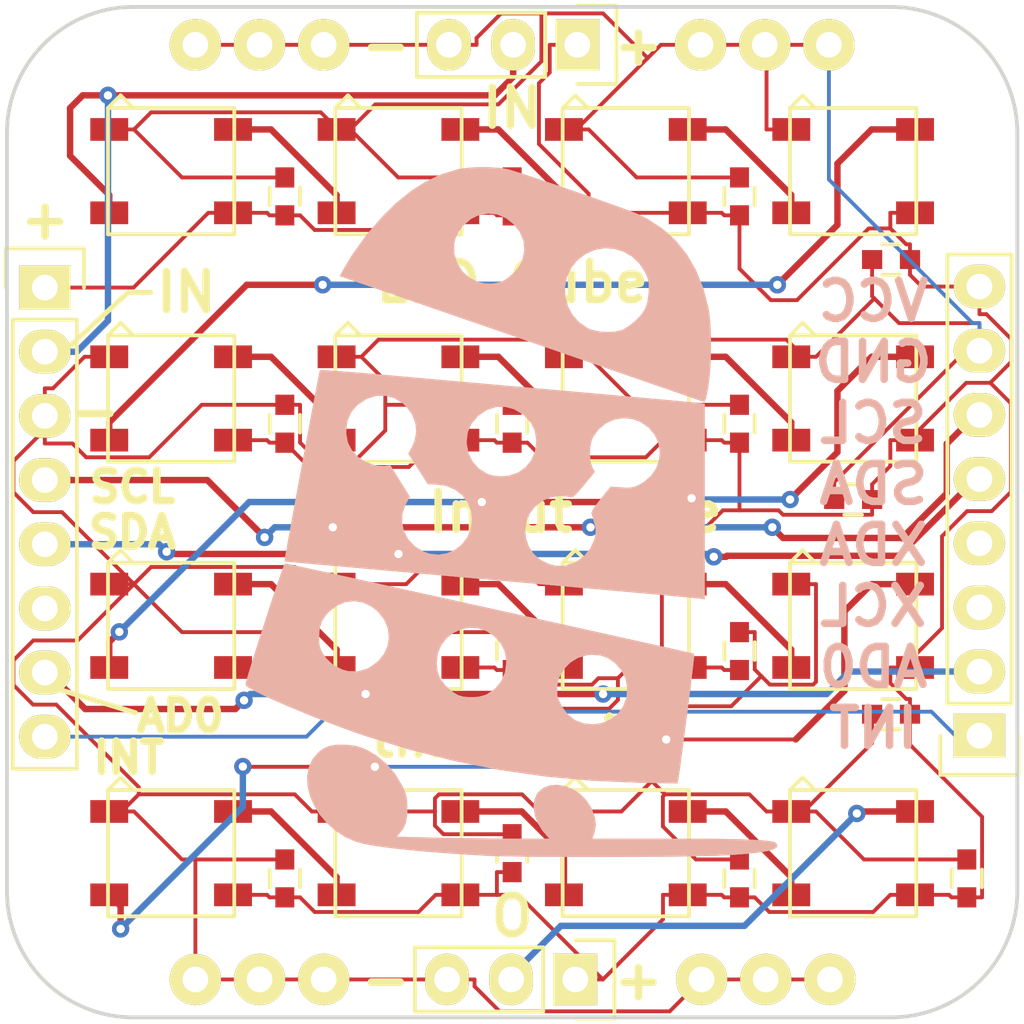
<source format=kicad_pcb>
(kicad_pcb (version 20171130) (host pcbnew "(5.1.12)-1")

  (general
    (thickness 1.6)
    (drawings 48)
    (tracks 480)
    (zones 0)
    (modules 41)
    (nets 24)
  )

  (page A4)
  (title_block
    (title "LED Cube")
    (date 2016-07-20)
    (rev v1.0)
    (company Thimble)
    (comment 1 http://www.thimble.io)
  )

  (layers
    (0 F.Cu signal)
    (31 B.Cu signal)
    (32 B.Adhes user hide)
    (33 F.Adhes user hide)
    (34 B.Paste user hide)
    (35 F.Paste user hide)
    (36 B.SilkS user hide)
    (37 F.SilkS user hide)
    (38 B.Mask user hide)
    (39 F.Mask user hide)
    (40 Dwgs.User user hide)
    (41 Cmts.User user hide)
    (42 Eco1.User user hide)
    (43 Eco2.User user hide)
    (44 Edge.Cuts user)
    (45 Margin user hide)
    (46 B.CrtYd user hide)
    (47 F.CrtYd user hide)
    (48 B.Fab user hide)
    (49 F.Fab user hide)
  )

  (setup
    (last_trace_width 0.1524)
    (user_trace_width 0.254)
    (trace_clearance 0.1524)
    (zone_clearance 0.508)
    (zone_45_only no)
    (trace_min 0.1524)
    (via_size 0.6858)
    (via_drill 0.3302)
    (via_min_size 0.6858)
    (via_min_drill 0.3302)
    (uvia_size 0.762)
    (uvia_drill 0.508)
    (uvias_allowed no)
    (uvia_min_size 0)
    (uvia_min_drill 0)
    (edge_width 0.15)
    (segment_width 0.2)
    (pcb_text_width 0.3)
    (pcb_text_size 1.5 1.5)
    (mod_edge_width 0.15)
    (mod_text_size 1 1)
    (mod_text_width 0.15)
    (pad_size 1.524 1.524)
    (pad_drill 0)
    (pad_to_mask_clearance 0)
    (aux_axis_origin 0 0)
    (visible_elements 7FFFFFFF)
    (pcbplotparams
      (layerselection 0x010fc_80000001)
      (usegerberextensions true)
      (usegerberattributes true)
      (usegerberadvancedattributes true)
      (creategerberjobfile true)
      (excludeedgelayer true)
      (linewidth 0.100000)
      (plotframeref false)
      (viasonmask false)
      (mode 1)
      (useauxorigin false)
      (hpglpennumber 1)
      (hpglpenspeed 20)
      (hpglpendiameter 15.000000)
      (psnegative false)
      (psa4output false)
      (plotreference true)
      (plotvalue false)
      (plotinvisibletext false)
      (padsonsilk false)
      (subtractmaskfromsilk true)
      (outputformat 1)
      (mirror false)
      (drillshape 0)
      (scaleselection 1)
      (outputdirectory "/home/breenick/Documents/PCBs/David Cube/hardware/PCB-Top/Cube Top Gerbers/new/"))
  )

  (net 0 "")
  (net 1 +5V)
  (net 2 GND)
  (net 3 "Net-(LED1-Pad2)")
  (net 4 "Net-(LED1-Pad4)")
  (net 5 "Net-(LED2-Pad2)")
  (net 6 "Net-(LED3-Pad2)")
  (net 7 "Net-(LED4-Pad2)")
  (net 8 "Net-(LED5-Pad2)")
  (net 9 "Net-(LED6-Pad2)")
  (net 10 "Net-(LED7-Pad2)")
  (net 11 "Net-(LED8-Pad2)")
  (net 12 "Net-(LED10-Pad4)")
  (net 13 "Net-(LED10-Pad2)")
  (net 14 "Net-(LED11-Pad2)")
  (net 15 "Net-(LED12-Pad2)")
  (net 16 "Net-(LED13-Pad2)")
  (net 17 "Net-(LED14-Pad2)")
  (net 18 "Net-(LED15-Pad2)")
  (net 19 "Net-(LED16-Pad2)")
  (net 20 /SCL)
  (net 21 /SDA)
  (net 22 /INT)
  (net 23 /AD0)

  (net_class Default "This is the default net class."
    (clearance 0.1524)
    (trace_width 0.1524)
    (via_dia 0.6858)
    (via_drill 0.3302)
    (uvia_dia 0.762)
    (uvia_drill 0.508)
    (add_net +5V)
    (add_net /AD0)
    (add_net /INT)
    (add_net /SCL)
    (add_net /SDA)
    (add_net GND)
    (add_net "Net-(LED1-Pad2)")
    (add_net "Net-(LED1-Pad4)")
    (add_net "Net-(LED10-Pad2)")
    (add_net "Net-(LED10-Pad4)")
    (add_net "Net-(LED11-Pad2)")
    (add_net "Net-(LED12-Pad2)")
    (add_net "Net-(LED13-Pad2)")
    (add_net "Net-(LED14-Pad2)")
    (add_net "Net-(LED15-Pad2)")
    (add_net "Net-(LED16-Pad2)")
    (add_net "Net-(LED2-Pad2)")
    (add_net "Net-(LED3-Pad2)")
    (add_net "Net-(LED4-Pad2)")
    (add_net "Net-(LED5-Pad2)")
    (add_net "Net-(LED6-Pad2)")
    (add_net "Net-(LED7-Pad2)")
    (add_net "Net-(LED8-Pad2)")
  )

  (module logo:27_3mm_icon (layer B.Cu) (tedit 57A0EB87) (tstamp 579037FB)
    (at 163.5 123.5 180)
    (fp_text reference G*** (at 0 0 180) (layer B.SilkS) hide
      (effects (font (size 1.524 1.524) (thickness 0.3)) (justify mirror))
    )
    (fp_text value LOGO (at 0 0 180) (layer B.SilkS) hide
      (effects (font (size 1.524 1.524) (thickness 0.3)) (justify mirror))
    )
    (fp_poly (pts (xy 1.720146 13.634319) (xy 2.067198 13.589268) (xy 2.144889 13.573064) (xy 2.785406 13.378869)
      (xy 3.399414 13.095995) (xy 3.997058 12.718217) (xy 4.588484 12.239312) (xy 5.056891 11.786513)
      (xy 5.749804 10.999569) (xy 6.341676 10.173957) (xy 6.66789 9.626323) (xy 6.822292 9.346647)
      (xy 4.074368 8.39726) (xy 3.562503 8.220419) (xy 2.959797 8.0122) (xy 2.282113 7.778083)
      (xy 1.54531 7.523547) (xy 0.765253 7.254073) (xy -0.042198 6.975139) (xy -0.861181 6.692225)
      (xy -1.675833 6.410811) (xy -2.470293 6.136375) (xy -3.104444 5.91732) (xy -3.783546 5.68272)
      (xy -4.432401 5.45853) (xy -5.043022 5.247514) (xy -5.607421 5.052432) (xy -6.117611 4.876047)
      (xy -6.565601 4.721123) (xy -6.943406 4.59042) (xy -7.243037 4.486701) (xy -7.456505 4.412729)
      (xy -7.575822 4.371265) (xy -7.59866 4.363229) (xy -7.637716 4.40569) (xy -7.684093 4.555732)
      (xy -7.736442 4.808384) (xy -7.765461 4.977957) (xy -7.817467 5.391566) (xy -7.852229 5.865246)
      (xy -7.869679 6.369787) (xy -7.86975 6.875975) (xy -7.852374 7.3546) (xy -7.817484 7.77645)
      (xy -7.772627 8.075567) (xy -7.56868 8.859381) (xy -7.548576 8.909355) (xy -5.415177 8.909355)
      (xy -5.406698 8.700516) (xy -5.357093 8.317402) (xy -5.261495 8.03698) (xy -5.110009 7.815232)
      (xy -4.892691 7.585946) (xy -4.645324 7.381222) (xy -4.403692 7.233161) (xy -4.330724 7.20199)
      (xy -4.062118 7.141807) (xy -3.741018 7.12697) (xy -3.41291 7.15506) (xy -3.123279 7.22366)
      (xy -3.007166 7.272365) (xy -2.657983 7.509737) (xy -2.388838 7.810983) (xy -2.202513 8.15896)
      (xy -2.101789 8.536523) (xy -2.089445 8.926526) (xy -2.168264 9.311826) (xy -2.341025 9.675278)
      (xy -2.570989 9.961449) (xy -2.903102 10.221046) (xy -3.245482 10.372249) (xy -0.486622 10.372249)
      (xy -0.413885 10.001259) (xy -0.334262 9.814096) (xy -0.202054 9.621005) (xy -0.010204 9.420235)
      (xy 0.205716 9.243528) (xy 0.410136 9.122626) (xy 0.463695 9.102049) (xy 0.759294 9.047611)
      (xy 1.082243 9.051153) (xy 1.368893 9.111643) (xy 1.707289 9.288269) (xy 1.979715 9.542657)
      (xy 2.176119 9.855583) (xy 2.28645 10.207824) (xy 2.300656 10.580157) (xy 2.257313 10.810773)
      (xy 2.159169 11.035722) (xy 1.997843 11.273471) (xy 1.939599 11.342013) (xy 1.633248 11.608742)
      (xy 1.295782 11.772566) (xy 0.941778 11.833032) (xy 0.585811 11.789683) (xy 0.242459 11.642064)
      (xy -0.059132 11.404466) (xy -0.307158 11.085921) (xy -0.450351 10.737825) (xy -0.486622 10.372249)
      (xy -3.245482 10.372249) (xy -3.269499 10.382855) (xy -3.653875 10.450006) (xy -4.039924 10.425628)
      (xy -4.41134 10.312853) (xy -4.751818 10.114809) (xy -5.045051 9.834627) (xy -5.274733 9.475436)
      (xy -5.291806 9.439175) (xy -5.366605 9.257192) (xy -5.405296 9.096223) (xy -5.415177 8.909355)
      (xy -7.548576 8.909355) (xy -7.283734 9.567681) (xy -6.919236 10.19857) (xy -6.476633 10.750148)
      (xy -5.957372 11.220518) (xy -5.362898 11.607783) (xy -4.916259 11.822757) (xy -4.738877 11.893046)
      (xy -4.475704 11.991441) (xy -4.141146 12.112989) (xy -3.749608 12.252737) (xy -3.315496 12.405732)
      (xy -2.853214 12.56702) (xy -2.377168 12.731646) (xy -1.901765 12.894659) (xy -1.441408 13.051103)
      (xy -1.010503 13.196027) (xy -0.623456 13.324476) (xy -0.294672 13.431496) (xy -0.038557 13.512134)
      (xy 0.130484 13.561437) (xy 0.165212 13.570102) (xy 0.496473 13.622697) (xy 0.893544 13.650972)
      (xy 1.315182 13.654867) (xy 1.720146 13.634319)) (layer B.SilkS) (width 0.01))
    (fp_poly (pts (xy 7.60808 5.618735) (xy 7.622465 5.560573) (xy 7.654939 5.40274) (xy 7.703464 5.156229)
      (xy 7.766005 4.832032) (xy 7.840525 4.441143) (xy 7.924987 3.994555) (xy 8.017354 3.50326)
      (xy 8.115591 2.978251) (xy 8.21766 2.430522) (xy 8.321525 1.871066) (xy 8.425149 1.310875)
      (xy 8.526496 0.760942) (xy 8.623529 0.232261) (xy 8.714211 -0.264177) (xy 8.796506 -0.717376)
      (xy 8.868378 -1.116346) (xy 8.927789 -1.450092) (xy 8.972704 -1.707622) (xy 9.001085 -1.877943)
      (xy 9.010896 -1.950062) (xy 9.010613 -1.95175) (xy 8.954519 -1.957134) (xy 8.792241 -1.971874)
      (xy 8.530047 -1.995413) (xy 8.174207 -2.027195) (xy 7.73099 -2.066664) (xy 7.206664 -2.113265)
      (xy 6.607498 -2.16644) (xy 5.939761 -2.225634) (xy 5.209722 -2.290292) (xy 4.42365 -2.359856)
      (xy 3.587814 -2.433771) (xy 2.708481 -2.511481) (xy 1.791923 -2.59243) (xy 0.874889 -2.673372)
      (xy -0.075198 -2.757292) (xy -0.996269 -2.838819) (xy -1.881873 -2.917372) (xy -2.725559 -2.992372)
      (xy -3.520876 -3.063241) (xy -4.261374 -3.1294) (xy -4.940601 -3.190269) (xy -5.552106 -3.245269)
      (xy -6.089439 -3.293822) (xy -6.546149 -3.335348) (xy -6.915784 -3.369268) (xy -7.191895 -3.395003)
      (xy -7.368029 -3.411975) (xy -7.436555 -3.419402) (xy -7.62 -3.448227) (xy -7.62 2.412674)
      (xy -5.847981 2.412674) (xy -5.821377 2.071747) (xy -5.708103 1.744049) (xy -5.508213 1.446628)
      (xy -5.221758 1.196534) (xy -5.078968 1.111456) (xy -4.90851 1.027433) (xy -4.768395 0.981493)
      (xy -4.61491 0.965714) (xy -4.404342 0.972175) (xy -4.334465 0.976545) (xy -3.899375 1.005002)
      (xy -3.501908 0.516612) (xy -3.304254 0.261598) (xy -3.18229 0.075889) (xy -3.138455 -0.036644)
      (xy -3.141273 -0.056445) (xy -3.175158 -0.155684) (xy -3.223661 -0.322195) (xy -3.260237 -0.458548)
      (xy -3.30458 -0.657418) (xy -3.31206 -0.811087) (xy -3.281662 -0.979072) (xy -3.249375 -1.095882)
      (xy -3.089037 -1.451848) (xy -2.838235 -1.754189) (xy -2.514247 -1.982966) (xy -2.455333 -2.012084)
      (xy -2.101666 -2.124221) (xy -1.743797 -2.127593) (xy -1.460338 -2.058647) (xy -1.117379 -1.889378)
      (xy -0.850003 -1.652202) (xy -0.659675 -1.364362) (xy -0.547862 -1.043104) (xy -0.516029 -0.70567)
      (xy -0.565643 -0.369305) (xy -0.601929 -0.282222) (xy 1.582924 -0.282222) (xy 1.632864 -0.660199)
      (xy 1.772396 -0.994169) (xy 1.986092 -1.274006) (xy 2.25852 -1.489582) (xy 2.57425 -1.630772)
      (xy 2.917852 -1.687448) (xy 3.273896 -1.649486) (xy 3.527778 -1.558583) (xy 3.861318 -1.346172)
      (xy 4.115567 -1.071805) (xy 4.28443 -0.752502) (xy 4.361811 -0.405282) (xy 4.341613 -0.047164)
      (xy 4.217741 0.304834) (xy 4.204303 0.330142) (xy 4.051095 0.611637) (xy 4.438547 1.233298)
      (xy 4.826 1.854959) (xy 5.030546 1.824515) (xy 5.298515 1.828968) (xy 5.59848 1.903442)
      (xy 5.887547 2.033487) (xy 6.102421 2.185627) (xy 6.353226 2.460704) (xy 6.504128 2.753334)
      (xy 6.567668 3.091095) (xy 6.571602 3.217333) (xy 6.52183 3.613233) (xy 6.373322 3.954813)
      (xy 6.127296 4.240229) (xy 5.784965 4.467639) (xy 5.729111 4.494888) (xy 5.36669 4.606724)
      (xy 5.001347 4.609871) (xy 4.647672 4.507164) (xy 4.320256 4.301438) (xy 4.208398 4.199486)
      (xy 3.968503 3.886535) (xy 3.829926 3.538217) (xy 3.79506 3.171062) (xy 3.866298 2.801603)
      (xy 3.971938 2.56571) (xy 4.109808 2.319035) (xy 3.723035 1.709851) (xy 3.336261 1.100667)
      (xy 3.008686 1.097003) (xy 2.616422 1.042472) (xy 2.26814 0.896725) (xy 1.977301 0.672781)
      (xy 1.757364 0.383659) (xy 1.621787 0.04238) (xy 1.582924 -0.282222) (xy -0.601929 -0.282222)
      (xy -0.69817 -0.051253) (xy -0.915076 0.231243) (xy -1.217826 0.460939) (xy -1.24485 0.476002)
      (xy -1.56265 0.597656) (xy -1.909532 0.64594) (xy -2.237213 0.614719) (xy -2.269828 0.60622)
      (xy -2.340449 0.594146) (xy -2.40769 0.610448) (xy -2.488043 0.668545) (xy -2.597999 0.781855)
      (xy -2.754049 0.963794) (xy -2.847557 1.076288) (xy -3.272124 1.589248) (xy -3.175663 1.768291)
      (xy -3.104132 1.986381) (xy -3.075769 2.264901) (xy -3.089698 2.560336) (xy -3.137801 2.794)
      (xy -0.957076 2.794) (xy -0.905865 2.400526) (xy -0.760197 2.056708) (xy -0.532019 1.774495)
      (xy -0.233277 1.565833) (xy 0.12408 1.442668) (xy 0.423334 1.41359) (xy 0.71728 1.438874)
      (xy 0.967905 1.507557) (xy 0.989031 1.516723) (xy 1.319921 1.725648) (xy 1.572448 2.009107)
      (xy 1.736998 2.352092) (xy 1.803955 2.739593) (xy 1.804983 2.79029) (xy 1.759489 3.165807)
      (xy 1.61589 3.494159) (xy 1.367986 3.788741) (xy 1.325057 3.827651) (xy 0.998076 4.046879)
      (xy 0.644689 4.161502) (xy 0.280692 4.171619) (xy -0.078116 4.077327) (xy -0.415939 3.878724)
      (xy -0.491217 3.816361) (xy -0.743965 3.540719) (xy -0.894866 3.238738) (xy -0.954945 2.886228)
      (xy -0.957076 2.794) (xy -3.137801 2.794) (xy -3.145042 2.829172) (xy -3.199729 2.963333)
      (xy -3.427019 3.28088) (xy -3.717628 3.517655) (xy -4.05294 3.667695) (xy -4.414344 3.72504)
      (xy -4.783225 3.683728) (xy -5.086634 3.567699) (xy -5.407241 3.344342) (xy -5.640966 3.06602)
      (xy -5.787862 2.749781) (xy -5.847981 2.412674) (xy -7.62 2.412674) (xy -7.62 4.284662)
      (xy -7.436555 4.314725) (xy -7.353431 4.324153) (xy -7.166417 4.342636) (xy -6.884085 4.369395)
      (xy -6.515004 4.403651) (xy -6.067745 4.444624) (xy -5.550878 4.491537) (xy -4.972975 4.54361)
      (xy -4.342605 4.600064) (xy -3.668338 4.660121) (xy -2.958747 4.723001) (xy -2.455333 4.767423)
      (xy -1.65049 4.838357) (xy -0.819645 4.91165) (xy 0.021923 4.98595) (xy 0.858936 5.059905)
      (xy 1.676114 5.132164) (xy 2.458179 5.201375) (xy 3.189852 5.266186) (xy 3.855855 5.325247)
      (xy 4.440909 5.377204) (xy 4.929735 5.420708) (xy 4.95656 5.423099) (xy 5.488161 5.46964)
      (xy 5.985072 5.511503) (xy 6.436047 5.54786) (xy 6.829842 5.57788) (xy 7.155213 5.600734)
      (xy 7.400914 5.615592) (xy 7.555701 5.621625) (xy 7.60808 5.618735)) (layer B.SilkS) (width 0.01))
    (fp_poly (pts (xy 9.022938 -2.084938) (xy 9.0795 -2.231405) (xy 9.161113 -2.459288) (xy 9.263499 -2.755409)
      (xy 9.38238 -3.10659) (xy 9.513476 -3.499653) (xy 9.652511 -3.921422) (xy 9.795204 -4.358719)
      (xy 9.937279 -4.798367) (xy 10.074457 -5.227187) (xy 10.202458 -5.632002) (xy 10.317006 -5.999636)
      (xy 10.413821 -6.31691) (xy 10.488626 -6.570647) (xy 10.537141 -6.74767) (xy 10.555089 -6.834801)
      (xy 10.555111 -6.836076) (xy 10.503974 -6.895384) (xy 10.358008 -6.988763) (xy 10.128384 -7.111445)
      (xy 9.82627 -7.258663) (xy 9.462837 -7.425651) (xy 9.049255 -7.607641) (xy 8.596693 -7.799867)
      (xy 8.11632 -7.997561) (xy 7.619308 -8.195957) (xy 7.116824 -8.390289) (xy 6.620039 -8.575788)
      (xy 6.140123 -8.747689) (xy 5.813778 -8.85953) (xy 4.03477 -9.407881) (xy 2.26032 -9.856623)
      (xy 0.474662 -10.20847) (xy -1.337969 -10.466131) (xy -3.193338 -10.63232) (xy -4.921587 -10.706115)
      (xy -6.541174 -10.741301) (xy -6.571011 -10.605873) (xy -6.588631 -10.503342) (xy -6.617452 -10.308688)
      (xy -6.655714 -10.035665) (xy -6.701653 -9.698025) (xy -6.753505 -9.309523) (xy -6.80951 -8.883912)
      (xy -6.867904 -8.434946) (xy -6.926924 -7.976378) (xy -6.984808 -7.521963) (xy -7.039794 -7.085454)
      (xy -7.053977 -6.971352) (xy -4.559703 -6.971352) (xy -4.527979 -7.334526) (xy -4.400642 -7.681432)
      (xy -4.187672 -7.979917) (xy -3.90176 -8.207039) (xy -3.56334 -8.349351) (xy -3.198094 -8.403466)
      (xy -2.831708 -8.365999) (xy -2.489864 -8.233562) (xy -2.448596 -8.209211) (xy -2.198799 -8.001804)
      (xy -1.98549 -7.725638) (xy -1.83546 -7.420303) (xy -1.785186 -7.228888) (xy -1.779793 -6.862215)
      (xy -1.873429 -6.516662) (xy -2.052361 -6.207951) (xy -2.299839 -5.954889) (xy 0.228257 -5.954889)
      (xy 0.280778 -6.347777) (xy 0.432177 -6.697447) (xy 0.673206 -6.9894) (xy 0.994619 -7.209139)
      (xy 1.04297 -7.232166) (xy 1.307394 -7.308378) (xy 1.61977 -7.333974) (xy 1.927254 -7.308072)
      (xy 2.132591 -7.250355) (xy 2.380335 -7.103751) (xy 2.621633 -6.887705) (xy 2.816926 -6.640695)
      (xy 2.884156 -6.519333) (xy 2.958868 -6.275587) (xy 2.990037 -5.983053) (xy 2.990316 -5.958599)
      (xy 2.942104 -5.585218) (xy 2.805224 -5.259384) (xy 2.595691 -4.988269) (xy 2.546964 -4.949966)
      (xy 4.877368 -4.949966) (xy 4.929626 -5.294518) (xy 5.073619 -5.617863) (xy 5.306138 -5.904067)
      (xy 5.623976 -6.137194) (xy 5.757334 -6.204456) (xy 6.114989 -6.306431) (xy 6.486584 -6.297311)
      (xy 6.720028 -6.236004) (xy 7.076493 -6.05651) (xy 7.359157 -5.792828) (xy 7.491742 -5.600199)
      (xy 7.581052 -5.426912) (xy 7.628843 -5.261906) (xy 7.646781 -5.055874) (xy 7.648222 -4.938889)
      (xy 7.621114 -4.592182) (xy 7.53045 -4.310684) (xy 7.36222 -4.058168) (xy 7.267592 -3.954622)
      (xy 6.95461 -3.707116) (xy 6.610649 -3.562357) (xy 6.251601 -3.520397) (xy 5.893361 -3.581285)
      (xy 5.551821 -3.745072) (xy 5.30309 -3.948423) (xy 5.060892 -4.260983) (xy 4.920054 -4.600142)
      (xy 4.877368 -4.949966) (xy 2.546964 -4.949966) (xy 2.329523 -4.779045) (xy 2.022734 -4.638882)
      (xy 1.691343 -4.574954) (xy 1.351364 -4.594431) (xy 1.018814 -4.704486) (xy 0.70971 -4.91229)
      (xy 0.691126 -4.929063) (xy 0.441133 -5.208819) (xy 0.291756 -5.507022) (xy 0.231015 -5.850222)
      (xy 0.228257 -5.954889) (xy -2.299839 -5.954889) (xy -2.302859 -5.951801) (xy -2.61119 -5.763934)
      (xy -2.963625 -5.66007) (xy -3.169147 -5.644445) (xy -3.505212 -5.673773) (xy -3.785502 -5.772694)
      (xy -4.053816 -5.95761) (xy -4.09116 -5.98975) (xy -4.340296 -6.278412) (xy -4.49681 -6.612463)
      (xy -4.559703 -6.971352) (xy -7.053977 -6.971352) (xy -7.090118 -6.680604) (xy -7.134018 -6.321168)
      (xy -7.169731 -6.020899) (xy -7.195495 -5.793551) (xy -7.209548 -5.652877) (xy -7.211038 -5.611779)
      (xy -7.154325 -5.597131) (xy -6.994792 -5.559929) (xy -6.739886 -5.501814) (xy -6.39705 -5.424433)
      (xy -5.973731 -5.329428) (xy -5.477374 -5.218443) (xy -4.915423 -5.093124) (xy -4.295325 -4.955113)
      (xy -3.624523 -4.806055) (xy -2.910464 -4.647593) (xy -2.160593 -4.481373) (xy -1.382356 -4.309037)
      (xy -0.583196 -4.13223) (xy 0.22944 -3.952596) (xy 1.048108 -3.771779) (xy 1.865361 -3.591423)
      (xy 2.673756 -3.413172) (xy 3.465846 -3.23867) (xy 4.234186 -3.069561) (xy 4.971331 -2.907489)
      (xy 5.669836 -2.754098) (xy 6.322256 -2.611033) (xy 6.921144 -2.479936) (xy 7.459058 -2.362453)
      (xy 7.928549 -2.260227) (xy 8.322175 -2.174903) (xy 8.632489 -2.108123) (xy 8.852046 -2.061533)
      (xy 8.973401 -2.036777) (xy 8.995706 -2.033063) (xy 9.022938 -2.084938)) (layer B.SilkS) (width 0.01))
    (fp_poly (pts (xy 7.221957 -9.253412) (xy 7.454409 -9.349953) (xy 7.656389 -9.497409) (xy 7.899872 -9.779296)
      (xy 8.050731 -10.104858) (xy 8.114636 -10.462256) (xy 8.097261 -10.839655) (xy 8.004278 -11.225215)
      (xy 7.841359 -11.607101) (xy 7.614175 -11.973473) (xy 7.3284 -12.312496) (xy 6.989705 -12.612331)
      (xy 6.603763 -12.861141) (xy 6.176246 -13.047089) (xy 5.920852 -13.119335) (xy 5.575718 -13.186586)
      (xy 5.129018 -13.254181) (xy 4.592062 -13.321009) (xy 3.976163 -13.385958) (xy 3.292634 -13.447918)
      (xy 2.552786 -13.505776) (xy 1.767932 -13.55842) (xy 1.016 -13.601285) (xy 0.733949 -13.612453)
      (xy 0.352409 -13.622138) (xy -0.115228 -13.630345) (xy -0.655572 -13.637078) (xy -1.255231 -13.642342)
      (xy -1.900815 -13.646143) (xy -2.578932 -13.648483) (xy -3.276193 -13.649369) (xy -3.979206 -13.648805)
      (xy -4.67458 -13.646795) (xy -5.348924 -13.643344) (xy -5.988848 -13.638458) (xy -6.580961 -13.63214)
      (xy -7.111871 -13.624396) (xy -7.568188 -13.61523) (xy -7.936521 -13.604647) (xy -8.099778 -13.598084)
      (xy -8.753519 -13.562637) (xy -9.297891 -13.521667) (xy -9.736305 -13.474625) (xy -10.072171 -13.420962)
      (xy -10.308901 -13.360127) (xy -10.449904 -13.29157) (xy -10.498591 -13.214742) (xy -10.498666 -13.211386)
      (xy -10.454541 -13.105788) (xy -10.406035 -13.071643) (xy -10.285834 -13.040033) (xy -10.097921 -13.01275)
      (xy -9.836806 -12.989601) (xy -9.496997 -12.970398) (xy -9.073004 -12.954949) (xy -8.559336 -12.943064)
      (xy -7.950503 -12.934552) (xy -7.241013 -12.929224) (xy -6.425377 -12.926888) (xy -6.229602 -12.926756)
      (xy -3.174093 -12.925778) (xy -3.256936 -12.685889) (xy -3.311143 -12.400817) (xy -3.277155 -12.096277)
      (xy -3.152328 -11.751977) (xy -3.128677 -11.701972) (xy -2.935972 -11.399789) (xy -2.68769 -11.153223)
      (xy -2.401414 -10.966999) (xy -2.094729 -10.845842) (xy -1.78522 -10.794476) (xy -1.49047 -10.817626)
      (xy -1.228065 -10.920018) (xy -1.015588 -11.106376) (xy -0.998019 -11.129462) (xy -0.885649 -11.37274)
      (xy -0.853227 -11.666488) (xy -0.896676 -11.985786) (xy -1.011919 -12.305712) (xy -1.194879 -12.601348)
      (xy -1.249621 -12.667292) (xy -1.477149 -12.925778) (xy 0.014255 -12.925778) (xy 0.522463 -12.924112)
      (xy 1.102366 -12.919453) (xy 1.712822 -12.912309) (xy 2.312692 -12.903186) (xy 2.860835 -12.892593)
      (xy 3.04012 -12.888455) (xy 4.57458 -12.851133) (xy 4.467003 -12.733233) (xy 4.30893 -12.526529)
      (xy 4.210322 -12.303939) (xy 4.160729 -12.032802) (xy 4.149305 -11.740445) (xy 4.154257 -11.489816)
      (xy 4.175771 -11.301392) (xy 4.224719 -11.127745) (xy 4.311973 -10.921446) (xy 4.360872 -10.817401)
      (xy 4.627194 -10.371713) (xy 4.972964 -9.968856) (xy 5.373999 -9.633437) (xy 5.729111 -9.425027)
      (xy 5.983351 -9.315655) (xy 6.211619 -9.25178) (xy 6.472782 -9.218689) (xy 6.582828 -9.211658)
      (xy 6.941106 -9.209889) (xy 7.221957 -9.253412)) (layer B.SilkS) (width 0.01))
  )

  (module mechanical:Mechanical_1x03 (layer F.Cu) (tedit 578FF5C9) (tstamp 578FF618)
    (at 171 142 90)
    (descr "Through hole pin header")
    (tags "mechanical header")
    (fp_text reference REF**_4 (at 0 -5.1 90) (layer F.SilkS) hide
      (effects (font (size 1 1) (thickness 0.15)))
    )
    (fp_text value Pin_Header_Straight_1x03 (at 0 -3.1 90) (layer F.Fab) hide
      (effects (font (size 1 1) (thickness 0.15)))
    )
    (fp_line (start -1.75 6.85) (end 1.75 6.85) (layer F.CrtYd) (width 0.05))
    (fp_line (start -1.75 -1.75) (end 1.75 -1.75) (layer F.CrtYd) (width 0.05))
    (fp_line (start 1.75 -1.75) (end 1.75 6.85) (layer F.CrtYd) (width 0.05))
    (fp_line (start -1.75 -1.75) (end -1.75 6.85) (layer F.CrtYd) (width 0.05))
    (pad 1 thru_hole circle (at 0 0 90) (size 2.032 2.032) (drill 1.016) (layers *.Cu *.Mask F.SilkS)
      (net 2 GND))
    (pad 2 thru_hole circle (at 0 2.54 90) (size 2.032 2.032) (drill 1.016) (layers *.Cu *.Mask F.SilkS)
      (net 2 GND))
    (pad 3 thru_hole circle (at 0 5.08 90) (size 2.032 2.032) (drill 1.016) (layers *.Cu *.Mask F.SilkS)
      (net 2 GND))
    (model Pin_Headers.3dshapes/Pin_Header_Straight_1x03.wrl
      (offset (xyz 0 -2.539999961853027 0))
      (scale (xyz 1 1 1))
      (rotate (xyz 0 0 90))
    )
  )

  (module Pin_Headers:Pin_Header_Straight_1x03 (layer F.Cu) (tedit 57A0FAA7) (tstamp 578FD70B)
    (at 166 142 270)
    (descr "Through hole pin header")
    (tags "pin header")
    (path /578FF944)
    (fp_text reference P4 (at 0 -5.1 270) (layer F.SilkS) hide
      (effects (font (size 1 1) (thickness 0.15)))
    )
    (fp_text value CONN_01X03 (at 0 -3.1 270) (layer F.Fab)
      (effects (font (size 1 1) (thickness 0.15)))
    )
    (fp_line (start -1.55 -1.55) (end 1.55 -1.55) (layer F.SilkS) (width 0.15))
    (fp_line (start -1.55 0) (end -1.55 -1.55) (layer F.SilkS) (width 0.15))
    (fp_line (start 1.27 1.27) (end -1.27 1.27) (layer F.SilkS) (width 0.15))
    (fp_line (start 1.55 -1.55) (end 1.55 0) (layer F.SilkS) (width 0.15))
    (fp_line (start 1.27 6.35) (end 1.27 1.27) (layer F.SilkS) (width 0.15))
    (fp_line (start -1.27 6.35) (end 1.27 6.35) (layer F.SilkS) (width 0.15))
    (fp_line (start -1.27 1.27) (end -1.27 6.35) (layer F.SilkS) (width 0.15))
    (fp_line (start -1.75 6.85) (end 1.75 6.85) (layer F.CrtYd) (width 0.05))
    (fp_line (start -1.75 -1.75) (end 1.75 -1.75) (layer F.CrtYd) (width 0.05))
    (fp_line (start 1.75 -1.75) (end 1.75 6.85) (layer F.CrtYd) (width 0.05))
    (fp_line (start -1.75 -1.75) (end -1.75 6.85) (layer F.CrtYd) (width 0.05))
    (pad 1 thru_hole rect (at 0 0 270) (size 2.032 1.7272) (drill 1.016) (layers *.Cu *.Mask F.SilkS)
      (net 1 +5V))
    (pad 2 thru_hole oval (at 0 2.54 270) (size 2.032 1.7272) (drill 1.016) (layers *.Cu *.Mask F.SilkS)
      (net 19 "Net-(LED16-Pad2)"))
    (pad 3 thru_hole oval (at 0 5.08 270) (size 2.032 1.7272) (drill 1.016) (layers *.Cu *.Mask F.SilkS)
      (net 2 GND))
    (model Pin_Headers.3dshapes/Pin_Header_Straight_1x03.wrl
      (offset (xyz 0 -2.539999961853027 0))
      (scale (xyz 1 1 1))
      (rotate (xyz 0 0 90))
    )
  )

  (module Pin_Headers:Pin_Header_Straight_1x03 (layer F.Cu) (tedit 57A0FAAD) (tstamp 578FD6F6)
    (at 166.08 105 270)
    (descr "Through hole pin header")
    (tags "pin header")
    (path /578FBD18)
    (fp_text reference P1 (at 0 -5.1 270) (layer F.SilkS) hide
      (effects (font (size 1 1) (thickness 0.15)))
    )
    (fp_text value CONN_01X03 (at 0 -3.1 270) (layer F.Fab)
      (effects (font (size 1 1) (thickness 0.15)))
    )
    (fp_line (start -1.55 -1.55) (end 1.55 -1.55) (layer F.SilkS) (width 0.15))
    (fp_line (start -1.55 0) (end -1.55 -1.55) (layer F.SilkS) (width 0.15))
    (fp_line (start 1.27 1.27) (end -1.27 1.27) (layer F.SilkS) (width 0.15))
    (fp_line (start 1.55 -1.55) (end 1.55 0) (layer F.SilkS) (width 0.15))
    (fp_line (start 1.27 6.35) (end 1.27 1.27) (layer F.SilkS) (width 0.15))
    (fp_line (start -1.27 6.35) (end 1.27 6.35) (layer F.SilkS) (width 0.15))
    (fp_line (start -1.27 1.27) (end -1.27 6.35) (layer F.SilkS) (width 0.15))
    (fp_line (start -1.75 6.85) (end 1.75 6.85) (layer F.CrtYd) (width 0.05))
    (fp_line (start -1.75 -1.75) (end 1.75 -1.75) (layer F.CrtYd) (width 0.05))
    (fp_line (start 1.75 -1.75) (end 1.75 6.85) (layer F.CrtYd) (width 0.05))
    (fp_line (start -1.75 -1.75) (end -1.75 6.85) (layer F.CrtYd) (width 0.05))
    (pad 1 thru_hole rect (at 0 0 270) (size 2.032 1.7272) (drill 1.016) (layers *.Cu *.Mask F.SilkS)
      (net 1 +5V))
    (pad 2 thru_hole oval (at 0 2.54 270) (size 2.032 1.7272) (drill 1.016) (layers *.Cu *.Mask F.SilkS)
      (net 4 "Net-(LED1-Pad4)"))
    (pad 3 thru_hole oval (at 0 5.08 270) (size 2.032 1.7272) (drill 1.016) (layers *.Cu *.Mask F.SilkS)
      (net 2 GND))
    (model Pin_Headers.3dshapes/Pin_Header_Straight_1x03.wrl
      (offset (xyz 0 -2.539999961853027 0))
      (scale (xyz 1 1 1))
      (rotate (xyz 0 0 90))
    )
  )

  (module Capacitors_SMD:C_0603 (layer F.Cu) (tedit 57A0FA5C) (tstamp 578FD615)
    (at 154.5 111 90)
    (descr "Capacitor SMD 0603, reflow soldering, AVX (see smccp.pdf)")
    (tags "capacitor 0603")
    (path /578FBD73)
    (attr smd)
    (fp_text reference C1 (at 0 -1.9 90) (layer F.SilkS) hide
      (effects (font (size 1 1) (thickness 0.15)))
    )
    (fp_text value 1uF (at 0 1.9 90) (layer F.Fab)
      (effects (font (size 1 1) (thickness 0.15)))
    )
    (fp_line (start 0.35 0.6) (end -0.35 0.6) (layer F.SilkS) (width 0.15))
    (fp_line (start -0.35 -0.6) (end 0.35 -0.6) (layer F.SilkS) (width 0.15))
    (fp_line (start 1.45 -0.75) (end 1.45 0.75) (layer F.CrtYd) (width 0.05))
    (fp_line (start -1.45 -0.75) (end -1.45 0.75) (layer F.CrtYd) (width 0.05))
    (fp_line (start -1.45 0.75) (end 1.45 0.75) (layer F.CrtYd) (width 0.05))
    (fp_line (start -1.45 -0.75) (end 1.45 -0.75) (layer F.CrtYd) (width 0.05))
    (pad 1 smd rect (at -0.75 0 90) (size 0.8 0.75) (layers F.Cu F.Paste F.Mask)
      (net 1 +5V))
    (pad 2 smd rect (at 0.75 0 90) (size 0.8 0.75) (layers F.Cu F.Paste F.Mask)
      (net 2 GND))
    (model Capacitors_SMD.3dshapes/C_0603.wrl
      (at (xyz 0 0 0))
      (scale (xyz 1 1 1))
      (rotate (xyz 0 0 0))
    )
  )

  (module Capacitors_SMD:C_0603 (layer F.Cu) (tedit 57A0FA5F) (tstamp 578FE808)
    (at 163.5 111 90)
    (descr "Capacitor SMD 0603, reflow soldering, AVX (see smccp.pdf)")
    (tags "capacitor 0603")
    (path /578FC253)
    (attr smd)
    (fp_text reference C2 (at 0 -1.9 90) (layer F.SilkS) hide
      (effects (font (size 1 1) (thickness 0.15)))
    )
    (fp_text value 1uF (at 0 1.9 90) (layer F.Fab)
      (effects (font (size 1 1) (thickness 0.15)))
    )
    (fp_line (start 0.35 0.6) (end -0.35 0.6) (layer F.SilkS) (width 0.15))
    (fp_line (start -0.35 -0.6) (end 0.35 -0.6) (layer F.SilkS) (width 0.15))
    (fp_line (start 1.45 -0.75) (end 1.45 0.75) (layer F.CrtYd) (width 0.05))
    (fp_line (start -1.45 -0.75) (end -1.45 0.75) (layer F.CrtYd) (width 0.05))
    (fp_line (start -1.45 0.75) (end 1.45 0.75) (layer F.CrtYd) (width 0.05))
    (fp_line (start -1.45 -0.75) (end 1.45 -0.75) (layer F.CrtYd) (width 0.05))
    (pad 1 smd rect (at -0.75 0 90) (size 0.8 0.75) (layers F.Cu F.Paste F.Mask)
      (net 1 +5V))
    (pad 2 smd rect (at 0.75 0 90) (size 0.8 0.75) (layers F.Cu F.Paste F.Mask)
      (net 2 GND))
    (model Capacitors_SMD.3dshapes/C_0603.wrl
      (at (xyz 0 0 0))
      (scale (xyz 1 1 1))
      (rotate (xyz 0 0 0))
    )
  )

  (module Capacitors_SMD:C_0603 (layer F.Cu) (tedit 57A0FA63) (tstamp 578FE813)
    (at 172.5 111 90)
    (descr "Capacitor SMD 0603, reflow soldering, AVX (see smccp.pdf)")
    (tags "capacitor 0603")
    (path /578FC793)
    (attr smd)
    (fp_text reference C3 (at 0 -1.9 90) (layer F.SilkS) hide
      (effects (font (size 1 1) (thickness 0.15)))
    )
    (fp_text value 1uF (at 0 1.9 90) (layer F.Fab)
      (effects (font (size 1 1) (thickness 0.15)))
    )
    (fp_line (start 0.35 0.6) (end -0.35 0.6) (layer F.SilkS) (width 0.15))
    (fp_line (start -0.35 -0.6) (end 0.35 -0.6) (layer F.SilkS) (width 0.15))
    (fp_line (start 1.45 -0.75) (end 1.45 0.75) (layer F.CrtYd) (width 0.05))
    (fp_line (start -1.45 -0.75) (end -1.45 0.75) (layer F.CrtYd) (width 0.05))
    (fp_line (start -1.45 0.75) (end 1.45 0.75) (layer F.CrtYd) (width 0.05))
    (fp_line (start -1.45 -0.75) (end 1.45 -0.75) (layer F.CrtYd) (width 0.05))
    (pad 1 smd rect (at -0.75 0 90) (size 0.8 0.75) (layers F.Cu F.Paste F.Mask)
      (net 1 +5V))
    (pad 2 smd rect (at 0.75 0 90) (size 0.8 0.75) (layers F.Cu F.Paste F.Mask)
      (net 2 GND))
    (model Capacitors_SMD.3dshapes/C_0603.wrl
      (at (xyz 0 0 0))
      (scale (xyz 1 1 1))
      (rotate (xyz 0 0 0))
    )
  )

  (module Capacitors_SMD:C_0603 (layer F.Cu) (tedit 57A0FA75) (tstamp 578FE829)
    (at 154.5 120 90)
    (descr "Capacitor SMD 0603, reflow soldering, AVX (see smccp.pdf)")
    (tags "capacitor 0603")
    (path /578FCE9B)
    (attr smd)
    (fp_text reference C5 (at 0 -1.9 90) (layer F.SilkS) hide
      (effects (font (size 1 1) (thickness 0.15)))
    )
    (fp_text value 1uF (at 0 1.9 90) (layer F.Fab)
      (effects (font (size 1 1) (thickness 0.15)))
    )
    (fp_line (start 0.35 0.6) (end -0.35 0.6) (layer F.SilkS) (width 0.15))
    (fp_line (start -0.35 -0.6) (end 0.35 -0.6) (layer F.SilkS) (width 0.15))
    (fp_line (start 1.45 -0.75) (end 1.45 0.75) (layer F.CrtYd) (width 0.05))
    (fp_line (start -1.45 -0.75) (end -1.45 0.75) (layer F.CrtYd) (width 0.05))
    (fp_line (start -1.45 0.75) (end 1.45 0.75) (layer F.CrtYd) (width 0.05))
    (fp_line (start -1.45 -0.75) (end 1.45 -0.75) (layer F.CrtYd) (width 0.05))
    (pad 1 smd rect (at -0.75 0 90) (size 0.8 0.75) (layers F.Cu F.Paste F.Mask)
      (net 1 +5V))
    (pad 2 smd rect (at 0.75 0 90) (size 0.8 0.75) (layers F.Cu F.Paste F.Mask)
      (net 2 GND))
    (model Capacitors_SMD.3dshapes/C_0603.wrl
      (at (xyz 0 0 0))
      (scale (xyz 1 1 1))
      (rotate (xyz 0 0 0))
    )
  )

  (module Capacitors_SMD:C_0603 (layer F.Cu) (tedit 57A0FA72) (tstamp 578FE834)
    (at 163.5 120 90)
    (descr "Capacitor SMD 0603, reflow soldering, AVX (see smccp.pdf)")
    (tags "capacitor 0603")
    (path /578FCEC5)
    (attr smd)
    (fp_text reference C6 (at 0 -1.9 90) (layer F.SilkS) hide
      (effects (font (size 1 1) (thickness 0.15)))
    )
    (fp_text value 1uF (at 0 1.9 90) (layer F.Fab)
      (effects (font (size 1 1) (thickness 0.15)))
    )
    (fp_line (start 0.35 0.6) (end -0.35 0.6) (layer F.SilkS) (width 0.15))
    (fp_line (start -0.35 -0.6) (end 0.35 -0.6) (layer F.SilkS) (width 0.15))
    (fp_line (start 1.45 -0.75) (end 1.45 0.75) (layer F.CrtYd) (width 0.05))
    (fp_line (start -1.45 -0.75) (end -1.45 0.75) (layer F.CrtYd) (width 0.05))
    (fp_line (start -1.45 0.75) (end 1.45 0.75) (layer F.CrtYd) (width 0.05))
    (fp_line (start -1.45 -0.75) (end 1.45 -0.75) (layer F.CrtYd) (width 0.05))
    (pad 1 smd rect (at -0.75 0 90) (size 0.8 0.75) (layers F.Cu F.Paste F.Mask)
      (net 1 +5V))
    (pad 2 smd rect (at 0.75 0 90) (size 0.8 0.75) (layers F.Cu F.Paste F.Mask)
      (net 2 GND))
    (model Capacitors_SMD.3dshapes/C_0603.wrl
      (at (xyz 0 0 0))
      (scale (xyz 1 1 1))
      (rotate (xyz 0 0 0))
    )
  )

  (module Capacitors_SMD:C_0603 (layer F.Cu) (tedit 57A0FA6E) (tstamp 578FE83F)
    (at 172.5 120 90)
    (descr "Capacitor SMD 0603, reflow soldering, AVX (see smccp.pdf)")
    (tags "capacitor 0603")
    (path /578FCEE9)
    (attr smd)
    (fp_text reference C7 (at 0 -1.9 90) (layer F.SilkS) hide
      (effects (font (size 1 1) (thickness 0.15)))
    )
    (fp_text value 1uF (at 0 1.9 90) (layer F.Fab)
      (effects (font (size 1 1) (thickness 0.15)))
    )
    (fp_line (start 0.35 0.6) (end -0.35 0.6) (layer F.SilkS) (width 0.15))
    (fp_line (start -0.35 -0.6) (end 0.35 -0.6) (layer F.SilkS) (width 0.15))
    (fp_line (start 1.45 -0.75) (end 1.45 0.75) (layer F.CrtYd) (width 0.05))
    (fp_line (start -1.45 -0.75) (end -1.45 0.75) (layer F.CrtYd) (width 0.05))
    (fp_line (start -1.45 0.75) (end 1.45 0.75) (layer F.CrtYd) (width 0.05))
    (fp_line (start -1.45 -0.75) (end 1.45 -0.75) (layer F.CrtYd) (width 0.05))
    (pad 1 smd rect (at -0.75 0 90) (size 0.8 0.75) (layers F.Cu F.Paste F.Mask)
      (net 1 +5V))
    (pad 2 smd rect (at 0.75 0 90) (size 0.8 0.75) (layers F.Cu F.Paste F.Mask)
      (net 2 GND))
    (model Capacitors_SMD.3dshapes/C_0603.wrl
      (at (xyz 0 0 0))
      (scale (xyz 1 1 1))
      (rotate (xyz 0 0 0))
    )
  )

  (module Capacitors_SMD:C_0603 (layer F.Cu) (tedit 57A0FA6B) (tstamp 578FE84A)
    (at 177 123 180)
    (descr "Capacitor SMD 0603, reflow soldering, AVX (see smccp.pdf)")
    (tags "capacitor 0603")
    (path /578FCF13)
    (attr smd)
    (fp_text reference C8 (at 0 -1.9 180) (layer F.SilkS) hide
      (effects (font (size 1 1) (thickness 0.15)))
    )
    (fp_text value 1uF (at 0 1.9 180) (layer F.Fab)
      (effects (font (size 1 1) (thickness 0.15)))
    )
    (fp_line (start 0.35 0.6) (end -0.35 0.6) (layer F.SilkS) (width 0.15))
    (fp_line (start -0.35 -0.6) (end 0.35 -0.6) (layer F.SilkS) (width 0.15))
    (fp_line (start 1.45 -0.75) (end 1.45 0.75) (layer F.CrtYd) (width 0.05))
    (fp_line (start -1.45 -0.75) (end -1.45 0.75) (layer F.CrtYd) (width 0.05))
    (fp_line (start -1.45 0.75) (end 1.45 0.75) (layer F.CrtYd) (width 0.05))
    (fp_line (start -1.45 -0.75) (end 1.45 -0.75) (layer F.CrtYd) (width 0.05))
    (pad 1 smd rect (at -0.75 0 180) (size 0.8 0.75) (layers F.Cu F.Paste F.Mask)
      (net 1 +5V))
    (pad 2 smd rect (at 0.75 0 180) (size 0.8 0.75) (layers F.Cu F.Paste F.Mask)
      (net 2 GND))
    (model Capacitors_SMD.3dshapes/C_0603.wrl
      (at (xyz 0 0 0))
      (scale (xyz 1 1 1))
      (rotate (xyz 0 0 0))
    )
  )

  (module Capacitors_SMD:C_0603 (layer F.Cu) (tedit 57A0FA79) (tstamp 578FE855)
    (at 154.5 129 90)
    (descr "Capacitor SMD 0603, reflow soldering, AVX (see smccp.pdf)")
    (tags "capacitor 0603")
    (path /578FDD20)
    (attr smd)
    (fp_text reference C9 (at 0 -1.9 90) (layer F.SilkS) hide
      (effects (font (size 1 1) (thickness 0.15)))
    )
    (fp_text value 1uF (at 0 1.9 90) (layer F.Fab)
      (effects (font (size 1 1) (thickness 0.15)))
    )
    (fp_line (start 0.35 0.6) (end -0.35 0.6) (layer F.SilkS) (width 0.15))
    (fp_line (start -0.35 -0.6) (end 0.35 -0.6) (layer F.SilkS) (width 0.15))
    (fp_line (start 1.45 -0.75) (end 1.45 0.75) (layer F.CrtYd) (width 0.05))
    (fp_line (start -1.45 -0.75) (end -1.45 0.75) (layer F.CrtYd) (width 0.05))
    (fp_line (start -1.45 0.75) (end 1.45 0.75) (layer F.CrtYd) (width 0.05))
    (fp_line (start -1.45 -0.75) (end 1.45 -0.75) (layer F.CrtYd) (width 0.05))
    (pad 1 smd rect (at -0.75 0 90) (size 0.8 0.75) (layers F.Cu F.Paste F.Mask)
      (net 1 +5V))
    (pad 2 smd rect (at 0.75 0 90) (size 0.8 0.75) (layers F.Cu F.Paste F.Mask)
      (net 2 GND))
    (model Capacitors_SMD.3dshapes/C_0603.wrl
      (at (xyz 0 0 0))
      (scale (xyz 1 1 1))
      (rotate (xyz 0 0 0))
    )
  )

  (module Capacitors_SMD:C_0603 (layer F.Cu) (tedit 57A0FA7D) (tstamp 578FE860)
    (at 163.5 129 90)
    (descr "Capacitor SMD 0603, reflow soldering, AVX (see smccp.pdf)")
    (tags "capacitor 0603")
    (path /578FDD4A)
    (attr smd)
    (fp_text reference C10 (at 0 -1.9 90) (layer F.SilkS) hide
      (effects (font (size 1 1) (thickness 0.15)))
    )
    (fp_text value 1uF (at 0 1.9 90) (layer F.Fab)
      (effects (font (size 1 1) (thickness 0.15)))
    )
    (fp_line (start 0.35 0.6) (end -0.35 0.6) (layer F.SilkS) (width 0.15))
    (fp_line (start -0.35 -0.6) (end 0.35 -0.6) (layer F.SilkS) (width 0.15))
    (fp_line (start 1.45 -0.75) (end 1.45 0.75) (layer F.CrtYd) (width 0.05))
    (fp_line (start -1.45 -0.75) (end -1.45 0.75) (layer F.CrtYd) (width 0.05))
    (fp_line (start -1.45 0.75) (end 1.45 0.75) (layer F.CrtYd) (width 0.05))
    (fp_line (start -1.45 -0.75) (end 1.45 -0.75) (layer F.CrtYd) (width 0.05))
    (pad 1 smd rect (at -0.75 0 90) (size 0.8 0.75) (layers F.Cu F.Paste F.Mask)
      (net 1 +5V))
    (pad 2 smd rect (at 0.75 0 90) (size 0.8 0.75) (layers F.Cu F.Paste F.Mask)
      (net 2 GND))
    (model Capacitors_SMD.3dshapes/C_0603.wrl
      (at (xyz 0 0 0))
      (scale (xyz 1 1 1))
      (rotate (xyz 0 0 0))
    )
  )

  (module Capacitors_SMD:C_0603 (layer F.Cu) (tedit 57A0FA80) (tstamp 578FE86B)
    (at 172.5 129 90)
    (descr "Capacitor SMD 0603, reflow soldering, AVX (see smccp.pdf)")
    (tags "capacitor 0603")
    (path /578FDD6E)
    (attr smd)
    (fp_text reference C11 (at 0 -1.9 90) (layer F.SilkS) hide
      (effects (font (size 1 1) (thickness 0.15)))
    )
    (fp_text value 1uF (at 0 1.9 90) (layer F.Fab)
      (effects (font (size 1 1) (thickness 0.15)))
    )
    (fp_line (start 0.35 0.6) (end -0.35 0.6) (layer F.SilkS) (width 0.15))
    (fp_line (start -0.35 -0.6) (end 0.35 -0.6) (layer F.SilkS) (width 0.15))
    (fp_line (start 1.45 -0.75) (end 1.45 0.75) (layer F.CrtYd) (width 0.05))
    (fp_line (start -1.45 -0.75) (end -1.45 0.75) (layer F.CrtYd) (width 0.05))
    (fp_line (start -1.45 0.75) (end 1.45 0.75) (layer F.CrtYd) (width 0.05))
    (fp_line (start -1.45 -0.75) (end 1.45 -0.75) (layer F.CrtYd) (width 0.05))
    (pad 1 smd rect (at -0.75 0 90) (size 0.8 0.75) (layers F.Cu F.Paste F.Mask)
      (net 1 +5V))
    (pad 2 smd rect (at 0.75 0 90) (size 0.8 0.75) (layers F.Cu F.Paste F.Mask)
      (net 2 GND))
    (model Capacitors_SMD.3dshapes/C_0603.wrl
      (at (xyz 0 0 0))
      (scale (xyz 1 1 1))
      (rotate (xyz 0 0 0))
    )
  )

  (module Capacitors_SMD:C_0603 (layer F.Cu) (tedit 57A0FA84) (tstamp 578FE876)
    (at 178.5 131.5 180)
    (descr "Capacitor SMD 0603, reflow soldering, AVX (see smccp.pdf)")
    (tags "capacitor 0603")
    (path /578FDD98)
    (attr smd)
    (fp_text reference C12 (at 0 -1.9 180) (layer F.SilkS) hide
      (effects (font (size 1 1) (thickness 0.15)))
    )
    (fp_text value 1uF (at 0 1.9 180) (layer F.Fab)
      (effects (font (size 1 1) (thickness 0.15)))
    )
    (fp_line (start 0.35 0.6) (end -0.35 0.6) (layer F.SilkS) (width 0.15))
    (fp_line (start -0.35 -0.6) (end 0.35 -0.6) (layer F.SilkS) (width 0.15))
    (fp_line (start 1.45 -0.75) (end 1.45 0.75) (layer F.CrtYd) (width 0.05))
    (fp_line (start -1.45 -0.75) (end -1.45 0.75) (layer F.CrtYd) (width 0.05))
    (fp_line (start -1.45 0.75) (end 1.45 0.75) (layer F.CrtYd) (width 0.05))
    (fp_line (start -1.45 -0.75) (end 1.45 -0.75) (layer F.CrtYd) (width 0.05))
    (pad 1 smd rect (at -0.75 0 180) (size 0.8 0.75) (layers F.Cu F.Paste F.Mask)
      (net 1 +5V))
    (pad 2 smd rect (at 0.75 0 180) (size 0.8 0.75) (layers F.Cu F.Paste F.Mask)
      (net 2 GND))
    (model Capacitors_SMD.3dshapes/C_0603.wrl
      (at (xyz 0 0 0))
      (scale (xyz 1 1 1))
      (rotate (xyz 0 0 0))
    )
  )

  (module Capacitors_SMD:C_0603 (layer F.Cu) (tedit 57A0FA92) (tstamp 578FE881)
    (at 154.5 138 90)
    (descr "Capacitor SMD 0603, reflow soldering, AVX (see smccp.pdf)")
    (tags "capacitor 0603")
    (path /578FDDBC)
    (attr smd)
    (fp_text reference C13 (at 0 -1.9 90) (layer F.SilkS) hide
      (effects (font (size 1 1) (thickness 0.15)))
    )
    (fp_text value 1uF (at 0 1.9 90) (layer F.Fab)
      (effects (font (size 1 1) (thickness 0.15)))
    )
    (fp_line (start 0.35 0.6) (end -0.35 0.6) (layer F.SilkS) (width 0.15))
    (fp_line (start -0.35 -0.6) (end 0.35 -0.6) (layer F.SilkS) (width 0.15))
    (fp_line (start 1.45 -0.75) (end 1.45 0.75) (layer F.CrtYd) (width 0.05))
    (fp_line (start -1.45 -0.75) (end -1.45 0.75) (layer F.CrtYd) (width 0.05))
    (fp_line (start -1.45 0.75) (end 1.45 0.75) (layer F.CrtYd) (width 0.05))
    (fp_line (start -1.45 -0.75) (end 1.45 -0.75) (layer F.CrtYd) (width 0.05))
    (pad 1 smd rect (at -0.75 0 90) (size 0.8 0.75) (layers F.Cu F.Paste F.Mask)
      (net 1 +5V))
    (pad 2 smd rect (at 0.75 0 90) (size 0.8 0.75) (layers F.Cu F.Paste F.Mask)
      (net 2 GND))
    (model Capacitors_SMD.3dshapes/C_0603.wrl
      (at (xyz 0 0 0))
      (scale (xyz 1 1 1))
      (rotate (xyz 0 0 0))
    )
  )

  (module Capacitors_SMD:C_0603 (layer F.Cu) (tedit 57A0FA8F) (tstamp 578FE88C)
    (at 163.5 137 90)
    (descr "Capacitor SMD 0603, reflow soldering, AVX (see smccp.pdf)")
    (tags "capacitor 0603")
    (path /578FDDE6)
    (attr smd)
    (fp_text reference C14 (at 0 -1.9 90) (layer F.SilkS) hide
      (effects (font (size 1 1) (thickness 0.15)))
    )
    (fp_text value 1uF (at 0 1.9 90) (layer F.Fab)
      (effects (font (size 1 1) (thickness 0.15)))
    )
    (fp_line (start 0.35 0.6) (end -0.35 0.6) (layer F.SilkS) (width 0.15))
    (fp_line (start -0.35 -0.6) (end 0.35 -0.6) (layer F.SilkS) (width 0.15))
    (fp_line (start 1.45 -0.75) (end 1.45 0.75) (layer F.CrtYd) (width 0.05))
    (fp_line (start -1.45 -0.75) (end -1.45 0.75) (layer F.CrtYd) (width 0.05))
    (fp_line (start -1.45 0.75) (end 1.45 0.75) (layer F.CrtYd) (width 0.05))
    (fp_line (start -1.45 -0.75) (end 1.45 -0.75) (layer F.CrtYd) (width 0.05))
    (pad 1 smd rect (at -0.75 0 90) (size 0.8 0.75) (layers F.Cu F.Paste F.Mask)
      (net 1 +5V))
    (pad 2 smd rect (at 0.75 0 90) (size 0.8 0.75) (layers F.Cu F.Paste F.Mask)
      (net 2 GND))
    (model Capacitors_SMD.3dshapes/C_0603.wrl
      (at (xyz 0 0 0))
      (scale (xyz 1 1 1))
      (rotate (xyz 0 0 0))
    )
  )

  (module Capacitors_SMD:C_0603 (layer F.Cu) (tedit 57A0FA8D) (tstamp 578FE897)
    (at 172.5 138 90)
    (descr "Capacitor SMD 0603, reflow soldering, AVX (see smccp.pdf)")
    (tags "capacitor 0603")
    (path /578FDE0A)
    (attr smd)
    (fp_text reference C15 (at 0 -1.9 90) (layer F.SilkS) hide
      (effects (font (size 1 1) (thickness 0.15)))
    )
    (fp_text value 1uF (at 0 1.9 90) (layer F.Fab)
      (effects (font (size 1 1) (thickness 0.15)))
    )
    (fp_line (start 0.35 0.6) (end -0.35 0.6) (layer F.SilkS) (width 0.15))
    (fp_line (start -0.35 -0.6) (end 0.35 -0.6) (layer F.SilkS) (width 0.15))
    (fp_line (start 1.45 -0.75) (end 1.45 0.75) (layer F.CrtYd) (width 0.05))
    (fp_line (start -1.45 -0.75) (end -1.45 0.75) (layer F.CrtYd) (width 0.05))
    (fp_line (start -1.45 0.75) (end 1.45 0.75) (layer F.CrtYd) (width 0.05))
    (fp_line (start -1.45 -0.75) (end 1.45 -0.75) (layer F.CrtYd) (width 0.05))
    (pad 1 smd rect (at -0.75 0 90) (size 0.8 0.75) (layers F.Cu F.Paste F.Mask)
      (net 1 +5V))
    (pad 2 smd rect (at 0.75 0 90) (size 0.8 0.75) (layers F.Cu F.Paste F.Mask)
      (net 2 GND))
    (model Capacitors_SMD.3dshapes/C_0603.wrl
      (at (xyz 0 0 0))
      (scale (xyz 1 1 1))
      (rotate (xyz 0 0 0))
    )
  )

  (module Capacitors_SMD:C_0603 (layer F.Cu) (tedit 57A0FA8A) (tstamp 578FE8A2)
    (at 181.5 138 90)
    (descr "Capacitor SMD 0603, reflow soldering, AVX (see smccp.pdf)")
    (tags "capacitor 0603")
    (path /578FDE34)
    (attr smd)
    (fp_text reference C16 (at 0 -1.9 90) (layer F.SilkS) hide
      (effects (font (size 1 1) (thickness 0.15)))
    )
    (fp_text value 1uF (at 0 1.9 90) (layer F.Fab)
      (effects (font (size 1 1) (thickness 0.15)))
    )
    (fp_line (start 0.35 0.6) (end -0.35 0.6) (layer F.SilkS) (width 0.15))
    (fp_line (start -0.35 -0.6) (end 0.35 -0.6) (layer F.SilkS) (width 0.15))
    (fp_line (start 1.45 -0.75) (end 1.45 0.75) (layer F.CrtYd) (width 0.05))
    (fp_line (start -1.45 -0.75) (end -1.45 0.75) (layer F.CrtYd) (width 0.05))
    (fp_line (start -1.45 0.75) (end 1.45 0.75) (layer F.CrtYd) (width 0.05))
    (fp_line (start -1.45 -0.75) (end 1.45 -0.75) (layer F.CrtYd) (width 0.05))
    (pad 1 smd rect (at -0.75 0 90) (size 0.8 0.75) (layers F.Cu F.Paste F.Mask)
      (net 1 +5V))
    (pad 2 smd rect (at 0.75 0 90) (size 0.8 0.75) (layers F.Cu F.Paste F.Mask)
      (net 2 GND))
    (model Capacitors_SMD.3dshapes/C_0603.wrl
      (at (xyz 0 0 0))
      (scale (xyz 1 1 1))
      (rotate (xyz 0 0 0))
    )
  )

  (module Capacitors_SMD:C_0603 (layer F.Cu) (tedit 57A0FA67) (tstamp 578FE81E)
    (at 178.5 113.5 180)
    (descr "Capacitor SMD 0603, reflow soldering, AVX (see smccp.pdf)")
    (tags "capacitor 0603")
    (path /578FC7BD)
    (attr smd)
    (fp_text reference C4 (at 0 -1.9 180) (layer F.SilkS) hide
      (effects (font (size 1 1) (thickness 0.15)))
    )
    (fp_text value 1uF (at 0 1.9 180) (layer F.Fab)
      (effects (font (size 1 1) (thickness 0.15)))
    )
    (fp_line (start 0.35 0.6) (end -0.35 0.6) (layer F.SilkS) (width 0.15))
    (fp_line (start -0.35 -0.6) (end 0.35 -0.6) (layer F.SilkS) (width 0.15))
    (fp_line (start 1.45 -0.75) (end 1.45 0.75) (layer F.CrtYd) (width 0.05))
    (fp_line (start -1.45 -0.75) (end -1.45 0.75) (layer F.CrtYd) (width 0.05))
    (fp_line (start -1.45 0.75) (end 1.45 0.75) (layer F.CrtYd) (width 0.05))
    (fp_line (start -1.45 -0.75) (end 1.45 -0.75) (layer F.CrtYd) (width 0.05))
    (pad 1 smd rect (at -0.75 0 180) (size 0.8 0.75) (layers F.Cu F.Paste F.Mask)
      (net 1 +5V))
    (pad 2 smd rect (at 0.75 0 180) (size 0.8 0.75) (layers F.Cu F.Paste F.Mask)
      (net 2 GND))
    (model Capacitors_SMD.3dshapes/C_0603.wrl
      (at (xyz 0 0 0))
      (scale (xyz 1 1 1))
      (rotate (xyz 0 0 0))
    )
  )

  (module mechanical:Mechanical_1x03 (layer F.Cu) (tedit 578FF5C9) (tstamp 578FF66C)
    (at 150.96 142 90)
    (descr "Through hole pin header")
    (tags "mechanical header")
    (fp_text reference REF**_3 (at 0 -5.1 90) (layer F.SilkS) hide
      (effects (font (size 1 1) (thickness 0.15)))
    )
    (fp_text value Pin_Header_Straight_1x03 (at 0 -3.1 90) (layer F.Fab) hide
      (effects (font (size 1 1) (thickness 0.15)))
    )
    (fp_line (start -1.75 6.85) (end 1.75 6.85) (layer F.CrtYd) (width 0.05))
    (fp_line (start -1.75 -1.75) (end 1.75 -1.75) (layer F.CrtYd) (width 0.05))
    (fp_line (start 1.75 -1.75) (end 1.75 6.85) (layer F.CrtYd) (width 0.05))
    (fp_line (start -1.75 -1.75) (end -1.75 6.85) (layer F.CrtYd) (width 0.05))
    (pad 1 thru_hole circle (at 0 0 90) (size 2.032 2.032) (drill 1.016) (layers *.Cu *.Mask F.SilkS)
      (net 2 GND))
    (pad 2 thru_hole circle (at 0 2.54 90) (size 2.032 2.032) (drill 1.016) (layers *.Cu *.Mask F.SilkS)
      (net 2 GND))
    (pad 3 thru_hole circle (at 0 5.08 90) (size 2.032 2.032) (drill 1.016) (layers *.Cu *.Mask F.SilkS)
      (net 2 GND))
    (model Pin_Headers.3dshapes/Pin_Header_Straight_1x03.wrl
      (offset (xyz 0 -2.539999961853027 0))
      (scale (xyz 1 1 1))
      (rotate (xyz 0 0 90))
    )
  )

  (module mechanical:Mechanical_1x03 (layer F.Cu) (tedit 578FF5C9) (tstamp 578FFABD)
    (at 150.96 105 90)
    (descr "Through hole pin header")
    (tags "mechanical header")
    (fp_text reference REF**_2 (at 0 -5.1 90) (layer F.SilkS) hide
      (effects (font (size 1 1) (thickness 0.15)))
    )
    (fp_text value Pin_Header_Straight_1x03 (at 0 -3.1 90) (layer F.Fab) hide
      (effects (font (size 1 1) (thickness 0.15)))
    )
    (fp_line (start -1.75 6.85) (end 1.75 6.85) (layer F.CrtYd) (width 0.05))
    (fp_line (start -1.75 -1.75) (end 1.75 -1.75) (layer F.CrtYd) (width 0.05))
    (fp_line (start 1.75 -1.75) (end 1.75 6.85) (layer F.CrtYd) (width 0.05))
    (fp_line (start -1.75 -1.75) (end -1.75 6.85) (layer F.CrtYd) (width 0.05))
    (pad 1 thru_hole circle (at 0 0 90) (size 2.032 2.032) (drill 1.016) (layers *.Cu *.Mask F.SilkS)
      (net 2 GND))
    (pad 2 thru_hole circle (at 0 2.54 90) (size 2.032 2.032) (drill 1.016) (layers *.Cu *.Mask F.SilkS)
      (net 2 GND))
    (pad 3 thru_hole circle (at 0 5.08 90) (size 2.032 2.032) (drill 1.016) (layers *.Cu *.Mask F.SilkS)
      (net 2 GND))
    (model Pin_Headers.3dshapes/Pin_Header_Straight_1x03.wrl
      (offset (xyz 0 -2.539999961853027 0))
      (scale (xyz 1 1 1))
      (rotate (xyz 0 0 90))
    )
  )

  (module mechanical:Mechanical_1x03 (layer F.Cu) (tedit 578FF5C9) (tstamp 578FFAC8)
    (at 170.96 105 90)
    (descr "Through hole pin header")
    (tags "mechanical header")
    (fp_text reference REF** (at 0 -5.1 90) (layer F.SilkS) hide
      (effects (font (size 1 1) (thickness 0.15)))
    )
    (fp_text value Pin_Header_Straight_1x03 (at 0 -3.1 90) (layer F.Fab) hide
      (effects (font (size 1 1) (thickness 0.15)))
    )
    (fp_line (start -1.75 6.85) (end 1.75 6.85) (layer F.CrtYd) (width 0.05))
    (fp_line (start -1.75 -1.75) (end 1.75 -1.75) (layer F.CrtYd) (width 0.05))
    (fp_line (start 1.75 -1.75) (end 1.75 6.85) (layer F.CrtYd) (width 0.05))
    (fp_line (start -1.75 -1.75) (end -1.75 6.85) (layer F.CrtYd) (width 0.05))
    (pad 1 thru_hole circle (at 0 0 90) (size 2.032 2.032) (drill 1.016) (layers *.Cu *.Mask F.SilkS)
      (net 2 GND))
    (pad 2 thru_hole circle (at 0 2.54 90) (size 2.032 2.032) (drill 1.016) (layers *.Cu *.Mask F.SilkS)
      (net 2 GND))
    (pad 3 thru_hole circle (at 0 5.08 90) (size 2.032 2.032) (drill 1.016) (layers *.Cu *.Mask F.SilkS)
      (net 2 GND))
    (model Pin_Headers.3dshapes/Pin_Header_Straight_1x03.wrl
      (offset (xyz 0 -2.539999961853027 0))
      (scale (xyz 1 1 1))
      (rotate (xyz 0 0 90))
    )
  )

  (module Pin_Headers:Pin_Header_Straight_1x08 (layer F.Cu) (tedit 57E9CA68) (tstamp 57E9C2EC)
    (at 145 114.61)
    (descr "Through hole pin header")
    (tags "pin header")
    (path /57E9D98A)
    (fp_text reference P2 (at 0 -5.1) (layer F.SilkS) hide
      (effects (font (size 1 1) (thickness 0.15)))
    )
    (fp_text value CONN_01X08 (at 0 -3.1) (layer F.Fab)
      (effects (font (size 1 1) (thickness 0.15)))
    )
    (fp_line (start -1.55 -1.55) (end 1.55 -1.55) (layer F.SilkS) (width 0.15))
    (fp_line (start -1.55 0) (end -1.55 -1.55) (layer F.SilkS) (width 0.15))
    (fp_line (start 1.27 1.27) (end -1.27 1.27) (layer F.SilkS) (width 0.15))
    (fp_line (start 1.55 -1.55) (end 1.55 0) (layer F.SilkS) (width 0.15))
    (fp_line (start -1.27 19.05) (end -1.27 1.27) (layer F.SilkS) (width 0.15))
    (fp_line (start 1.27 19.05) (end -1.27 19.05) (layer F.SilkS) (width 0.15))
    (fp_line (start 1.27 1.27) (end 1.27 19.05) (layer F.SilkS) (width 0.15))
    (fp_line (start -1.75 19.55) (end 1.75 19.55) (layer F.CrtYd) (width 0.05))
    (fp_line (start -1.75 -1.75) (end 1.75 -1.75) (layer F.CrtYd) (width 0.05))
    (fp_line (start 1.75 -1.75) (end 1.75 19.55) (layer F.CrtYd) (width 0.05))
    (fp_line (start -1.75 -1.75) (end -1.75 19.55) (layer F.CrtYd) (width 0.05))
    (pad 1 thru_hole rect (at 0 0) (size 2.032 1.7272) (drill 1.016) (layers *.Cu *.Mask F.SilkS)
      (net 1 +5V))
    (pad 2 thru_hole oval (at 0 2.54) (size 2.032 1.7272) (drill 1.016) (layers *.Cu *.Mask F.SilkS)
      (net 4 "Net-(LED1-Pad4)"))
    (pad 3 thru_hole oval (at 0 5.08) (size 2.032 1.7272) (drill 1.016) (layers *.Cu *.Mask F.SilkS)
      (net 2 GND))
    (pad 4 thru_hole oval (at 0 7.62) (size 2.032 1.7272) (drill 1.016) (layers *.Cu *.Mask F.SilkS)
      (net 20 /SCL))
    (pad 5 thru_hole oval (at 0 10.16) (size 2.032 1.7272) (drill 1.016) (layers *.Cu *.Mask F.SilkS)
      (net 21 /SDA))
    (pad 6 thru_hole oval (at 0 12.7) (size 2.032 1.7272) (drill 1.016) (layers *.Cu *.Mask F.SilkS))
    (pad 7 thru_hole oval (at 0 15.24) (size 2.032 1.7272) (drill 1.016) (layers *.Cu *.Mask F.SilkS)
      (net 23 /AD0))
    (pad 8 thru_hole oval (at 0 17.78) (size 2.032 1.7272) (drill 1.016) (layers *.Cu *.Mask F.SilkS)
      (net 22 /INT))
    (model Pin_Headers.3dshapes/Pin_Header_Straight_1x08.wrl
      (offset (xyz 0 -8.889999866485596 0))
      (scale (xyz 1 1 1))
      (rotate (xyz 0 0 90))
    )
  )

  (module Pin_Headers:Pin_Header_Straight_1x08 (layer F.Cu) (tedit 57E9CA6B) (tstamp 57E9C303)
    (at 182 132.35 180)
    (descr "Through hole pin header")
    (tags "pin header")
    (path /57E9E1E9)
    (fp_text reference P3 (at 0 -5.1 180) (layer F.SilkS) hide
      (effects (font (size 1 1) (thickness 0.15)))
    )
    (fp_text value CONN_01X08 (at 0 -3.1 180) (layer F.Fab)
      (effects (font (size 1 1) (thickness 0.15)))
    )
    (fp_line (start -1.55 -1.55) (end 1.55 -1.55) (layer F.SilkS) (width 0.15))
    (fp_line (start -1.55 0) (end -1.55 -1.55) (layer F.SilkS) (width 0.15))
    (fp_line (start 1.27 1.27) (end -1.27 1.27) (layer F.SilkS) (width 0.15))
    (fp_line (start 1.55 -1.55) (end 1.55 0) (layer F.SilkS) (width 0.15))
    (fp_line (start -1.27 19.05) (end -1.27 1.27) (layer F.SilkS) (width 0.15))
    (fp_line (start 1.27 19.05) (end -1.27 19.05) (layer F.SilkS) (width 0.15))
    (fp_line (start 1.27 1.27) (end 1.27 19.05) (layer F.SilkS) (width 0.15))
    (fp_line (start -1.75 19.55) (end 1.75 19.55) (layer F.CrtYd) (width 0.05))
    (fp_line (start -1.75 -1.75) (end 1.75 -1.75) (layer F.CrtYd) (width 0.05))
    (fp_line (start 1.75 -1.75) (end 1.75 19.55) (layer F.CrtYd) (width 0.05))
    (fp_line (start -1.75 -1.75) (end -1.75 19.55) (layer F.CrtYd) (width 0.05))
    (pad 1 thru_hole rect (at 0 0 180) (size 2.032 1.7272) (drill 1.016) (layers *.Cu *.Mask F.SilkS)
      (net 22 /INT))
    (pad 2 thru_hole oval (at 0 2.54 180) (size 2.032 1.7272) (drill 1.016) (layers *.Cu *.Mask F.SilkS)
      (net 23 /AD0))
    (pad 3 thru_hole oval (at 0 5.08 180) (size 2.032 1.7272) (drill 1.016) (layers *.Cu *.Mask F.SilkS))
    (pad 4 thru_hole oval (at 0 7.62 180) (size 2.032 1.7272) (drill 1.016) (layers *.Cu *.Mask F.SilkS))
    (pad 5 thru_hole oval (at 0 10.16 180) (size 2.032 1.7272) (drill 1.016) (layers *.Cu *.Mask F.SilkS)
      (net 21 /SDA))
    (pad 6 thru_hole oval (at 0 12.7 180) (size 2.032 1.7272) (drill 1.016) (layers *.Cu *.Mask F.SilkS)
      (net 20 /SCL))
    (pad 7 thru_hole oval (at 0 15.24 180) (size 2.032 1.7272) (drill 1.016) (layers *.Cu *.Mask F.SilkS)
      (net 2 GND))
    (pad 8 thru_hole oval (at 0 17.78 180) (size 2.032 1.7272) (drill 1.016) (layers *.Cu *.Mask F.SilkS)
      (net 1 +5V))
    (model Pin_Headers.3dshapes/Pin_Header_Straight_1x08.wrl
      (offset (xyz 0 -8.889999866485596 0))
      (scale (xyz 1 1 1))
      (rotate (xyz 0 0 90))
    )
  )

  (module ws2812b:5050 (layer F.Cu) (tedit 57E9A30C) (tstamp 578FE5E9)
    (at 150 110 180)
    (path /578FBC5F)
    (solder_mask_margin 0.1)
    (attr smd)
    (fp_text reference LED1 (at 0 -1.8 180) (layer F.SilkS) hide
      (effects (font (size 0.64 0.64) (thickness 0.05)))
    )
    (fp_text value LED_RGB_WS2812B (at 0 3.1 180) (layer F.SilkS) hide
      (effects (font (size 0.48 0.48) (thickness 0.05)))
    )
    (fp_circle (center 0 0) (end 0.316225 0) (layer Dwgs.User) (width 0.127))
    (fp_line (start 2.5 -2.5) (end -2.5 -2.5) (layer F.SilkS) (width 0.15))
    (fp_line (start -2.5 -2.5) (end -2.5 2.5) (layer F.SilkS) (width 0.15))
    (fp_line (start -2.5 2.5) (end 2.5 2.5) (layer F.SilkS) (width 0.15))
    (fp_line (start 2.5 2.5) (end 2.5 -2.5) (layer F.SilkS) (width 0.15))
    (fp_line (start 2.5 2.5) (end 2 3) (layer F.SilkS) (width 0.15))
    (fp_line (start 2 3) (end 1.5 2.5) (layer F.SilkS) (width 0.15))
    (pad 1 smd rect (at -2.45 -1.65 180) (size 1.5 0.9) (layers F.Cu F.Paste F.Mask)
      (net 1 +5V))
    (pad 2 smd rect (at -2.45 1.65 180) (size 1.5 0.9) (layers F.Cu F.Paste F.Mask)
      (net 3 "Net-(LED1-Pad2)"))
    (pad 3 smd rect (at 2.45 1.65 180) (size 1.5 0.9) (layers F.Cu F.Paste F.Mask)
      (net 2 GND))
    (pad 4 smd rect (at 2.45 -1.65 180) (size 1.5 0.9) (layers F.Cu F.Paste F.Mask)
      (net 4 "Net-(LED1-Pad4)"))
    (model LEDs.3dshapes/LED_WS2812B-PLCC4.wrl
      (at (xyz 0 0 0))
      (scale (xyz 0.385 0.385 0.385))
      (rotate (xyz 0 0 180))
    )
  )

  (module ws2812b:5050 (layer F.Cu) (tedit 57E9A30C) (tstamp 578FE72B)
    (at 177 137 180)
    (path /578FDE22)
    (solder_mask_margin 0.1)
    (attr smd)
    (fp_text reference LED16 (at 0 -1.8 180) (layer F.SilkS) hide
      (effects (font (size 0.64 0.64) (thickness 0.05)))
    )
    (fp_text value LED_RGB_WS2812B (at 0 3.1 180) (layer F.SilkS) hide
      (effects (font (size 0.48 0.48) (thickness 0.05)))
    )
    (fp_circle (center 0 0) (end 0.316225 0) (layer Dwgs.User) (width 0.127))
    (fp_line (start 2.5 -2.5) (end -2.5 -2.5) (layer F.SilkS) (width 0.15))
    (fp_line (start -2.5 -2.5) (end -2.5 2.5) (layer F.SilkS) (width 0.15))
    (fp_line (start -2.5 2.5) (end 2.5 2.5) (layer F.SilkS) (width 0.15))
    (fp_line (start 2.5 2.5) (end 2.5 -2.5) (layer F.SilkS) (width 0.15))
    (fp_line (start 2.5 2.5) (end 2 3) (layer F.SilkS) (width 0.15))
    (fp_line (start 2 3) (end 1.5 2.5) (layer F.SilkS) (width 0.15))
    (pad 1 smd rect (at -2.45 -1.65 180) (size 1.5 0.9) (layers F.Cu F.Paste F.Mask)
      (net 1 +5V))
    (pad 2 smd rect (at -2.45 1.65 180) (size 1.5 0.9) (layers F.Cu F.Paste F.Mask)
      (net 19 "Net-(LED16-Pad2)"))
    (pad 3 smd rect (at 2.45 1.65 180) (size 1.5 0.9) (layers F.Cu F.Paste F.Mask)
      (net 2 GND))
    (pad 4 smd rect (at 2.45 -1.65 180) (size 1.5 0.9) (layers F.Cu F.Paste F.Mask)
      (net 18 "Net-(LED15-Pad2)"))
    (model LEDs.3dshapes/LED_WS2812B-PLCC4.wrl
      (at (xyz 0 0 0))
      (scale (xyz 0.385 0.385 0.385))
      (rotate (xyz 0 0 180))
    )
  )

  (module ws2812b:5050 (layer F.Cu) (tedit 57E9A30C) (tstamp 578FE724)
    (at 168 137 180)
    (path /578FDDFE)
    (solder_mask_margin 0.1)
    (attr smd)
    (fp_text reference LED15 (at 0 -1.8 180) (layer F.SilkS) hide
      (effects (font (size 0.64 0.64) (thickness 0.05)))
    )
    (fp_text value LED_RGB_WS2812B (at 0 3.1 180) (layer F.SilkS) hide
      (effects (font (size 0.48 0.48) (thickness 0.05)))
    )
    (fp_circle (center 0 0) (end 0.316225 0) (layer Dwgs.User) (width 0.127))
    (fp_line (start 2.5 -2.5) (end -2.5 -2.5) (layer F.SilkS) (width 0.15))
    (fp_line (start -2.5 -2.5) (end -2.5 2.5) (layer F.SilkS) (width 0.15))
    (fp_line (start -2.5 2.5) (end 2.5 2.5) (layer F.SilkS) (width 0.15))
    (fp_line (start 2.5 2.5) (end 2.5 -2.5) (layer F.SilkS) (width 0.15))
    (fp_line (start 2.5 2.5) (end 2 3) (layer F.SilkS) (width 0.15))
    (fp_line (start 2 3) (end 1.5 2.5) (layer F.SilkS) (width 0.15))
    (pad 1 smd rect (at -2.45 -1.65 180) (size 1.5 0.9) (layers F.Cu F.Paste F.Mask)
      (net 1 +5V))
    (pad 2 smd rect (at -2.45 1.65 180) (size 1.5 0.9) (layers F.Cu F.Paste F.Mask)
      (net 18 "Net-(LED15-Pad2)"))
    (pad 3 smd rect (at 2.45 1.65 180) (size 1.5 0.9) (layers F.Cu F.Paste F.Mask)
      (net 2 GND))
    (pad 4 smd rect (at 2.45 -1.65 180) (size 1.5 0.9) (layers F.Cu F.Paste F.Mask)
      (net 17 "Net-(LED14-Pad2)"))
    (model LEDs.3dshapes/LED_WS2812B-PLCC4.wrl
      (at (xyz 0 0 0))
      (scale (xyz 0.385 0.385 0.385))
      (rotate (xyz 0 0 180))
    )
  )

  (module ws2812b:5050 (layer F.Cu) (tedit 57E9A30C) (tstamp 578FE71D)
    (at 159 137 180)
    (path /578FDDD4)
    (solder_mask_margin 0.1)
    (attr smd)
    (fp_text reference LED14 (at 0 -1.8 180) (layer F.SilkS) hide
      (effects (font (size 0.64 0.64) (thickness 0.05)))
    )
    (fp_text value LED_RGB_WS2812B (at 0 3.1 180) (layer F.SilkS) hide
      (effects (font (size 0.48 0.48) (thickness 0.05)))
    )
    (fp_circle (center 0 0) (end 0.316225 0) (layer Dwgs.User) (width 0.127))
    (fp_line (start 2.5 -2.5) (end -2.5 -2.5) (layer F.SilkS) (width 0.15))
    (fp_line (start -2.5 -2.5) (end -2.5 2.5) (layer F.SilkS) (width 0.15))
    (fp_line (start -2.5 2.5) (end 2.5 2.5) (layer F.SilkS) (width 0.15))
    (fp_line (start 2.5 2.5) (end 2.5 -2.5) (layer F.SilkS) (width 0.15))
    (fp_line (start 2.5 2.5) (end 2 3) (layer F.SilkS) (width 0.15))
    (fp_line (start 2 3) (end 1.5 2.5) (layer F.SilkS) (width 0.15))
    (pad 1 smd rect (at -2.45 -1.65 180) (size 1.5 0.9) (layers F.Cu F.Paste F.Mask)
      (net 1 +5V))
    (pad 2 smd rect (at -2.45 1.65 180) (size 1.5 0.9) (layers F.Cu F.Paste F.Mask)
      (net 17 "Net-(LED14-Pad2)"))
    (pad 3 smd rect (at 2.45 1.65 180) (size 1.5 0.9) (layers F.Cu F.Paste F.Mask)
      (net 2 GND))
    (pad 4 smd rect (at 2.45 -1.65 180) (size 1.5 0.9) (layers F.Cu F.Paste F.Mask)
      (net 16 "Net-(LED13-Pad2)"))
    (model LEDs.3dshapes/LED_WS2812B-PLCC4.wrl
      (at (xyz 0 0 0))
      (scale (xyz 0.385 0.385 0.385))
      (rotate (xyz 0 0 180))
    )
  )

  (module ws2812b:5050 (layer F.Cu) (tedit 57E9A30C) (tstamp 578FE716)
    (at 150 137 180)
    (path /578FDDB0)
    (solder_mask_margin 0.1)
    (attr smd)
    (fp_text reference LED13 (at 0 -1.8 180) (layer F.SilkS) hide
      (effects (font (size 0.64 0.64) (thickness 0.05)))
    )
    (fp_text value LED_RGB_WS2812B (at 0 3.1 180) (layer F.SilkS) hide
      (effects (font (size 0.48 0.48) (thickness 0.05)))
    )
    (fp_circle (center 0 0) (end 0.316225 0) (layer Dwgs.User) (width 0.127))
    (fp_line (start 2.5 -2.5) (end -2.5 -2.5) (layer F.SilkS) (width 0.15))
    (fp_line (start -2.5 -2.5) (end -2.5 2.5) (layer F.SilkS) (width 0.15))
    (fp_line (start -2.5 2.5) (end 2.5 2.5) (layer F.SilkS) (width 0.15))
    (fp_line (start 2.5 2.5) (end 2.5 -2.5) (layer F.SilkS) (width 0.15))
    (fp_line (start 2.5 2.5) (end 2 3) (layer F.SilkS) (width 0.15))
    (fp_line (start 2 3) (end 1.5 2.5) (layer F.SilkS) (width 0.15))
    (pad 1 smd rect (at -2.45 -1.65 180) (size 1.5 0.9) (layers F.Cu F.Paste F.Mask)
      (net 1 +5V))
    (pad 2 smd rect (at -2.45 1.65 180) (size 1.5 0.9) (layers F.Cu F.Paste F.Mask)
      (net 16 "Net-(LED13-Pad2)"))
    (pad 3 smd rect (at 2.45 1.65 180) (size 1.5 0.9) (layers F.Cu F.Paste F.Mask)
      (net 2 GND))
    (pad 4 smd rect (at 2.45 -1.65 180) (size 1.5 0.9) (layers F.Cu F.Paste F.Mask)
      (net 15 "Net-(LED12-Pad2)"))
    (model LEDs.3dshapes/LED_WS2812B-PLCC4.wrl
      (at (xyz 0 0 0))
      (scale (xyz 0.385 0.385 0.385))
      (rotate (xyz 0 0 180))
    )
  )

  (module ws2812b:5050 (layer F.Cu) (tedit 57E9A30C) (tstamp 578FE708)
    (at 168 128 180)
    (path /578FDD62)
    (solder_mask_margin 0.1)
    (attr smd)
    (fp_text reference LED11 (at 0 -1.8 180) (layer F.SilkS) hide
      (effects (font (size 0.64 0.64) (thickness 0.05)))
    )
    (fp_text value LED_RGB_WS2812B (at 0 3.1 180) (layer F.SilkS) hide
      (effects (font (size 0.48 0.48) (thickness 0.05)))
    )
    (fp_circle (center 0 0) (end 0.316225 0) (layer Dwgs.User) (width 0.127))
    (fp_line (start 2.5 -2.5) (end -2.5 -2.5) (layer F.SilkS) (width 0.15))
    (fp_line (start -2.5 -2.5) (end -2.5 2.5) (layer F.SilkS) (width 0.15))
    (fp_line (start -2.5 2.5) (end 2.5 2.5) (layer F.SilkS) (width 0.15))
    (fp_line (start 2.5 2.5) (end 2.5 -2.5) (layer F.SilkS) (width 0.15))
    (fp_line (start 2.5 2.5) (end 2 3) (layer F.SilkS) (width 0.15))
    (fp_line (start 2 3) (end 1.5 2.5) (layer F.SilkS) (width 0.15))
    (pad 1 smd rect (at -2.45 -1.65 180) (size 1.5 0.9) (layers F.Cu F.Paste F.Mask)
      (net 1 +5V))
    (pad 2 smd rect (at -2.45 1.65 180) (size 1.5 0.9) (layers F.Cu F.Paste F.Mask)
      (net 14 "Net-(LED11-Pad2)"))
    (pad 3 smd rect (at 2.45 1.65 180) (size 1.5 0.9) (layers F.Cu F.Paste F.Mask)
      (net 2 GND))
    (pad 4 smd rect (at 2.45 -1.65 180) (size 1.5 0.9) (layers F.Cu F.Paste F.Mask)
      (net 13 "Net-(LED10-Pad2)"))
    (model LEDs.3dshapes/LED_WS2812B-PLCC4.wrl
      (at (xyz 0 0 0))
      (scale (xyz 0.385 0.385 0.385))
      (rotate (xyz 0 0 180))
    )
  )

  (module ws2812b:5050 (layer F.Cu) (tedit 57E9A30C) (tstamp 578FE701)
    (at 159 128 180)
    (path /578FDD38)
    (solder_mask_margin 0.1)
    (attr smd)
    (fp_text reference LED10 (at 0 -1.8 180) (layer F.SilkS) hide
      (effects (font (size 0.64 0.64) (thickness 0.05)))
    )
    (fp_text value LED_RGB_WS2812B (at 0 3.1 180) (layer F.SilkS) hide
      (effects (font (size 0.48 0.48) (thickness 0.05)))
    )
    (fp_circle (center 0 0) (end 0.316225 0) (layer Dwgs.User) (width 0.127))
    (fp_line (start 2.5 -2.5) (end -2.5 -2.5) (layer F.SilkS) (width 0.15))
    (fp_line (start -2.5 -2.5) (end -2.5 2.5) (layer F.SilkS) (width 0.15))
    (fp_line (start -2.5 2.5) (end 2.5 2.5) (layer F.SilkS) (width 0.15))
    (fp_line (start 2.5 2.5) (end 2.5 -2.5) (layer F.SilkS) (width 0.15))
    (fp_line (start 2.5 2.5) (end 2 3) (layer F.SilkS) (width 0.15))
    (fp_line (start 2 3) (end 1.5 2.5) (layer F.SilkS) (width 0.15))
    (pad 1 smd rect (at -2.45 -1.65 180) (size 1.5 0.9) (layers F.Cu F.Paste F.Mask)
      (net 1 +5V))
    (pad 2 smd rect (at -2.45 1.65 180) (size 1.5 0.9) (layers F.Cu F.Paste F.Mask)
      (net 13 "Net-(LED10-Pad2)"))
    (pad 3 smd rect (at 2.45 1.65 180) (size 1.5 0.9) (layers F.Cu F.Paste F.Mask)
      (net 2 GND))
    (pad 4 smd rect (at 2.45 -1.65 180) (size 1.5 0.9) (layers F.Cu F.Paste F.Mask)
      (net 12 "Net-(LED10-Pad4)"))
    (model LEDs.3dshapes/LED_WS2812B-PLCC4.wrl
      (at (xyz 0 0 0))
      (scale (xyz 0.385 0.385 0.385))
      (rotate (xyz 0 0 180))
    )
  )

  (module ws2812b:5050 (layer F.Cu) (tedit 57E9A30C) (tstamp 578FE6FA)
    (at 150 128 180)
    (path /578FDD14)
    (solder_mask_margin 0.1)
    (attr smd)
    (fp_text reference LED9 (at 0 -1.8 180) (layer F.SilkS) hide
      (effects (font (size 0.64 0.64) (thickness 0.05)))
    )
    (fp_text value LED_RGB_WS2812B (at 0 3.1 180) (layer F.SilkS) hide
      (effects (font (size 0.48 0.48) (thickness 0.05)))
    )
    (fp_circle (center 0 0) (end 0.316225 0) (layer Dwgs.User) (width 0.127))
    (fp_line (start 2.5 -2.5) (end -2.5 -2.5) (layer F.SilkS) (width 0.15))
    (fp_line (start -2.5 -2.5) (end -2.5 2.5) (layer F.SilkS) (width 0.15))
    (fp_line (start -2.5 2.5) (end 2.5 2.5) (layer F.SilkS) (width 0.15))
    (fp_line (start 2.5 2.5) (end 2.5 -2.5) (layer F.SilkS) (width 0.15))
    (fp_line (start 2.5 2.5) (end 2 3) (layer F.SilkS) (width 0.15))
    (fp_line (start 2 3) (end 1.5 2.5) (layer F.SilkS) (width 0.15))
    (pad 1 smd rect (at -2.45 -1.65 180) (size 1.5 0.9) (layers F.Cu F.Paste F.Mask)
      (net 1 +5V))
    (pad 2 smd rect (at -2.45 1.65 180) (size 1.5 0.9) (layers F.Cu F.Paste F.Mask)
      (net 12 "Net-(LED10-Pad4)"))
    (pad 3 smd rect (at 2.45 1.65 180) (size 1.5 0.9) (layers F.Cu F.Paste F.Mask)
      (net 2 GND))
    (pad 4 smd rect (at 2.45 -1.65 180) (size 1.5 0.9) (layers F.Cu F.Paste F.Mask)
      (net 11 "Net-(LED8-Pad2)"))
    (model LEDs.3dshapes/LED_WS2812B-PLCC4.wrl
      (at (xyz 0 0 0))
      (scale (xyz 0.385 0.385 0.385))
      (rotate (xyz 0 0 180))
    )
  )

  (module ws2812b:5050 (layer F.Cu) (tedit 57E9A30C) (tstamp 578FE6F3)
    (at 177 119 180)
    (path /578FCF01)
    (solder_mask_margin 0.1)
    (attr smd)
    (fp_text reference LED8 (at 0 -1.8 180) (layer F.SilkS) hide
      (effects (font (size 0.64 0.64) (thickness 0.05)))
    )
    (fp_text value LED_RGB_WS2812B (at 0 3.1 180) (layer F.SilkS) hide
      (effects (font (size 0.48 0.48) (thickness 0.05)))
    )
    (fp_circle (center 0 0) (end 0.316225 0) (layer Dwgs.User) (width 0.127))
    (fp_line (start 2.5 -2.5) (end -2.5 -2.5) (layer F.SilkS) (width 0.15))
    (fp_line (start -2.5 -2.5) (end -2.5 2.5) (layer F.SilkS) (width 0.15))
    (fp_line (start -2.5 2.5) (end 2.5 2.5) (layer F.SilkS) (width 0.15))
    (fp_line (start 2.5 2.5) (end 2.5 -2.5) (layer F.SilkS) (width 0.15))
    (fp_line (start 2.5 2.5) (end 2 3) (layer F.SilkS) (width 0.15))
    (fp_line (start 2 3) (end 1.5 2.5) (layer F.SilkS) (width 0.15))
    (pad 1 smd rect (at -2.45 -1.65 180) (size 1.5 0.9) (layers F.Cu F.Paste F.Mask)
      (net 1 +5V))
    (pad 2 smd rect (at -2.45 1.65 180) (size 1.5 0.9) (layers F.Cu F.Paste F.Mask)
      (net 11 "Net-(LED8-Pad2)"))
    (pad 3 smd rect (at 2.45 1.65 180) (size 1.5 0.9) (layers F.Cu F.Paste F.Mask)
      (net 2 GND))
    (pad 4 smd rect (at 2.45 -1.65 180) (size 1.5 0.9) (layers F.Cu F.Paste F.Mask)
      (net 10 "Net-(LED7-Pad2)"))
    (model LEDs.3dshapes/LED_WS2812B-PLCC4.wrl
      (at (xyz 0 0 0))
      (scale (xyz 0.385 0.385 0.385))
      (rotate (xyz 0 0 180))
    )
  )

  (module ws2812b:5050 (layer F.Cu) (tedit 57E9A30C) (tstamp 578FE6EC)
    (at 168 119 180)
    (path /578FCEDD)
    (solder_mask_margin 0.1)
    (attr smd)
    (fp_text reference LED7 (at 0 -1.8 180) (layer F.SilkS) hide
      (effects (font (size 0.64 0.64) (thickness 0.05)))
    )
    (fp_text value LED_RGB_WS2812B (at 0 3.1 180) (layer F.SilkS) hide
      (effects (font (size 0.48 0.48) (thickness 0.05)))
    )
    (fp_circle (center 0 0) (end 0.316225 0) (layer Dwgs.User) (width 0.127))
    (fp_line (start 2.5 -2.5) (end -2.5 -2.5) (layer F.SilkS) (width 0.15))
    (fp_line (start -2.5 -2.5) (end -2.5 2.5) (layer F.SilkS) (width 0.15))
    (fp_line (start -2.5 2.5) (end 2.5 2.5) (layer F.SilkS) (width 0.15))
    (fp_line (start 2.5 2.5) (end 2.5 -2.5) (layer F.SilkS) (width 0.15))
    (fp_line (start 2.5 2.5) (end 2 3) (layer F.SilkS) (width 0.15))
    (fp_line (start 2 3) (end 1.5 2.5) (layer F.SilkS) (width 0.15))
    (pad 1 smd rect (at -2.45 -1.65 180) (size 1.5 0.9) (layers F.Cu F.Paste F.Mask)
      (net 1 +5V))
    (pad 2 smd rect (at -2.45 1.65 180) (size 1.5 0.9) (layers F.Cu F.Paste F.Mask)
      (net 10 "Net-(LED7-Pad2)"))
    (pad 3 smd rect (at 2.45 1.65 180) (size 1.5 0.9) (layers F.Cu F.Paste F.Mask)
      (net 2 GND))
    (pad 4 smd rect (at 2.45 -1.65 180) (size 1.5 0.9) (layers F.Cu F.Paste F.Mask)
      (net 9 "Net-(LED6-Pad2)"))
    (model LEDs.3dshapes/LED_WS2812B-PLCC4.wrl
      (at (xyz 0 0 0))
      (scale (xyz 0.385 0.385 0.385))
      (rotate (xyz 0 0 180))
    )
  )

  (module ws2812b:5050 (layer F.Cu) (tedit 57E9A30C) (tstamp 578FE6E5)
    (at 159 119 180)
    (path /578FCEB3)
    (solder_mask_margin 0.1)
    (attr smd)
    (fp_text reference LED6 (at 0 -1.8 180) (layer F.SilkS) hide
      (effects (font (size 0.64 0.64) (thickness 0.05)))
    )
    (fp_text value LED_RGB_WS2812B (at 0 3.1 180) (layer F.SilkS) hide
      (effects (font (size 0.48 0.48) (thickness 0.05)))
    )
    (fp_circle (center 0 0) (end 0.316225 0) (layer Dwgs.User) (width 0.127))
    (fp_line (start 2.5 -2.5) (end -2.5 -2.5) (layer F.SilkS) (width 0.15))
    (fp_line (start -2.5 -2.5) (end -2.5 2.5) (layer F.SilkS) (width 0.15))
    (fp_line (start -2.5 2.5) (end 2.5 2.5) (layer F.SilkS) (width 0.15))
    (fp_line (start 2.5 2.5) (end 2.5 -2.5) (layer F.SilkS) (width 0.15))
    (fp_line (start 2.5 2.5) (end 2 3) (layer F.SilkS) (width 0.15))
    (fp_line (start 2 3) (end 1.5 2.5) (layer F.SilkS) (width 0.15))
    (pad 1 smd rect (at -2.45 -1.65 180) (size 1.5 0.9) (layers F.Cu F.Paste F.Mask)
      (net 1 +5V))
    (pad 2 smd rect (at -2.45 1.65 180) (size 1.5 0.9) (layers F.Cu F.Paste F.Mask)
      (net 9 "Net-(LED6-Pad2)"))
    (pad 3 smd rect (at 2.45 1.65 180) (size 1.5 0.9) (layers F.Cu F.Paste F.Mask)
      (net 2 GND))
    (pad 4 smd rect (at 2.45 -1.65 180) (size 1.5 0.9) (layers F.Cu F.Paste F.Mask)
      (net 8 "Net-(LED5-Pad2)"))
    (model LEDs.3dshapes/LED_WS2812B-PLCC4.wrl
      (at (xyz 0 0 0))
      (scale (xyz 0.385 0.385 0.385))
      (rotate (xyz 0 0 180))
    )
  )

  (module ws2812b:5050 (layer F.Cu) (tedit 57E9A30C) (tstamp 578FE6DE)
    (at 150 119 180)
    (path /578FCE8F)
    (solder_mask_margin 0.1)
    (attr smd)
    (fp_text reference LED5 (at 0 -1.8 180) (layer F.SilkS) hide
      (effects (font (size 0.64 0.64) (thickness 0.05)))
    )
    (fp_text value LED_RGB_WS2812B (at 0 3.1 180) (layer F.SilkS) hide
      (effects (font (size 0.48 0.48) (thickness 0.05)))
    )
    (fp_circle (center 0 0) (end 0.316225 0) (layer Dwgs.User) (width 0.127))
    (fp_line (start 2.5 -2.5) (end -2.5 -2.5) (layer F.SilkS) (width 0.15))
    (fp_line (start -2.5 -2.5) (end -2.5 2.5) (layer F.SilkS) (width 0.15))
    (fp_line (start -2.5 2.5) (end 2.5 2.5) (layer F.SilkS) (width 0.15))
    (fp_line (start 2.5 2.5) (end 2.5 -2.5) (layer F.SilkS) (width 0.15))
    (fp_line (start 2.5 2.5) (end 2 3) (layer F.SilkS) (width 0.15))
    (fp_line (start 2 3) (end 1.5 2.5) (layer F.SilkS) (width 0.15))
    (pad 1 smd rect (at -2.45 -1.65 180) (size 1.5 0.9) (layers F.Cu F.Paste F.Mask)
      (net 1 +5V))
    (pad 2 smd rect (at -2.45 1.65 180) (size 1.5 0.9) (layers F.Cu F.Paste F.Mask)
      (net 8 "Net-(LED5-Pad2)"))
    (pad 3 smd rect (at 2.45 1.65 180) (size 1.5 0.9) (layers F.Cu F.Paste F.Mask)
      (net 2 GND))
    (pad 4 smd rect (at 2.45 -1.65 180) (size 1.5 0.9) (layers F.Cu F.Paste F.Mask)
      (net 7 "Net-(LED4-Pad2)"))
    (model LEDs.3dshapes/LED_WS2812B-PLCC4.wrl
      (at (xyz 0 0 0))
      (scale (xyz 0.385 0.385 0.385))
      (rotate (xyz 0 0 180))
    )
  )

  (module ws2812b:5050 (layer F.Cu) (tedit 57E9A30C) (tstamp 578FE6C9)
    (at 159 110 180)
    (path /578FC247)
    (solder_mask_margin 0.1)
    (attr smd)
    (fp_text reference LED2 (at 0 -1.8 180) (layer F.SilkS) hide
      (effects (font (size 0.64 0.64) (thickness 0.05)))
    )
    (fp_text value LED_RGB_WS2812B (at 0 3.1 180) (layer F.SilkS) hide
      (effects (font (size 0.48 0.48) (thickness 0.05)))
    )
    (fp_circle (center 0 0) (end 0.316225 0) (layer Dwgs.User) (width 0.127))
    (fp_line (start 2.5 -2.5) (end -2.5 -2.5) (layer F.SilkS) (width 0.15))
    (fp_line (start -2.5 -2.5) (end -2.5 2.5) (layer F.SilkS) (width 0.15))
    (fp_line (start -2.5 2.5) (end 2.5 2.5) (layer F.SilkS) (width 0.15))
    (fp_line (start 2.5 2.5) (end 2.5 -2.5) (layer F.SilkS) (width 0.15))
    (fp_line (start 2.5 2.5) (end 2 3) (layer F.SilkS) (width 0.15))
    (fp_line (start 2 3) (end 1.5 2.5) (layer F.SilkS) (width 0.15))
    (pad 1 smd rect (at -2.45 -1.65 180) (size 1.5 0.9) (layers F.Cu F.Paste F.Mask)
      (net 1 +5V))
    (pad 2 smd rect (at -2.45 1.65 180) (size 1.5 0.9) (layers F.Cu F.Paste F.Mask)
      (net 5 "Net-(LED2-Pad2)"))
    (pad 3 smd rect (at 2.45 1.65 180) (size 1.5 0.9) (layers F.Cu F.Paste F.Mask)
      (net 2 GND))
    (pad 4 smd rect (at 2.45 -1.65 180) (size 1.5 0.9) (layers F.Cu F.Paste F.Mask)
      (net 3 "Net-(LED1-Pad2)"))
    (model LEDs.3dshapes/LED_WS2812B-PLCC4.wrl
      (at (xyz 0 0 0))
      (scale (xyz 0.385 0.385 0.385))
      (rotate (xyz 0 0 180))
    )
  )

  (module ws2812b:5050 (layer F.Cu) (tedit 57E9A30C) (tstamp 578FE6D0)
    (at 168 110 180)
    (path /578FC787)
    (solder_mask_margin 0.1)
    (attr smd)
    (fp_text reference LED3 (at 0 -1.8 180) (layer F.SilkS) hide
      (effects (font (size 0.64 0.64) (thickness 0.05)))
    )
    (fp_text value LED_RGB_WS2812B (at 0 3.1 180) (layer F.SilkS) hide
      (effects (font (size 0.48 0.48) (thickness 0.05)))
    )
    (fp_circle (center 0 0) (end 0.316225 0) (layer Dwgs.User) (width 0.127))
    (fp_line (start 2.5 -2.5) (end -2.5 -2.5) (layer F.SilkS) (width 0.15))
    (fp_line (start -2.5 -2.5) (end -2.5 2.5) (layer F.SilkS) (width 0.15))
    (fp_line (start -2.5 2.5) (end 2.5 2.5) (layer F.SilkS) (width 0.15))
    (fp_line (start 2.5 2.5) (end 2.5 -2.5) (layer F.SilkS) (width 0.15))
    (fp_line (start 2.5 2.5) (end 2 3) (layer F.SilkS) (width 0.15))
    (fp_line (start 2 3) (end 1.5 2.5) (layer F.SilkS) (width 0.15))
    (pad 1 smd rect (at -2.45 -1.65 180) (size 1.5 0.9) (layers F.Cu F.Paste F.Mask)
      (net 1 +5V))
    (pad 2 smd rect (at -2.45 1.65 180) (size 1.5 0.9) (layers F.Cu F.Paste F.Mask)
      (net 6 "Net-(LED3-Pad2)"))
    (pad 3 smd rect (at 2.45 1.65 180) (size 1.5 0.9) (layers F.Cu F.Paste F.Mask)
      (net 2 GND))
    (pad 4 smd rect (at 2.45 -1.65 180) (size 1.5 0.9) (layers F.Cu F.Paste F.Mask)
      (net 5 "Net-(LED2-Pad2)"))
    (model LEDs.3dshapes/LED_WS2812B-PLCC4.wrl
      (at (xyz 0 0 0))
      (scale (xyz 0.385 0.385 0.385))
      (rotate (xyz 0 0 180))
    )
  )

  (module ws2812b:5050 (layer F.Cu) (tedit 57E9A30C) (tstamp 578FE6D7)
    (at 177 110 180)
    (path /578FC7AB)
    (solder_mask_margin 0.1)
    (attr smd)
    (fp_text reference LED4 (at 0 -1.8 180) (layer F.SilkS) hide
      (effects (font (size 0.64 0.64) (thickness 0.05)))
    )
    (fp_text value LED_RGB_WS2812B (at 0 3.1 180) (layer F.SilkS) hide
      (effects (font (size 0.48 0.48) (thickness 0.05)))
    )
    (fp_circle (center 0 0) (end 0.316225 0) (layer Dwgs.User) (width 0.127))
    (fp_line (start 2.5 -2.5) (end -2.5 -2.5) (layer F.SilkS) (width 0.15))
    (fp_line (start -2.5 -2.5) (end -2.5 2.5) (layer F.SilkS) (width 0.15))
    (fp_line (start -2.5 2.5) (end 2.5 2.5) (layer F.SilkS) (width 0.15))
    (fp_line (start 2.5 2.5) (end 2.5 -2.5) (layer F.SilkS) (width 0.15))
    (fp_line (start 2.5 2.5) (end 2 3) (layer F.SilkS) (width 0.15))
    (fp_line (start 2 3) (end 1.5 2.5) (layer F.SilkS) (width 0.15))
    (pad 1 smd rect (at -2.45 -1.65 180) (size 1.5 0.9) (layers F.Cu F.Paste F.Mask)
      (net 1 +5V))
    (pad 2 smd rect (at -2.45 1.65 180) (size 1.5 0.9) (layers F.Cu F.Paste F.Mask)
      (net 7 "Net-(LED4-Pad2)"))
    (pad 3 smd rect (at 2.45 1.65 180) (size 1.5 0.9) (layers F.Cu F.Paste F.Mask)
      (net 2 GND))
    (pad 4 smd rect (at 2.45 -1.65 180) (size 1.5 0.9) (layers F.Cu F.Paste F.Mask)
      (net 6 "Net-(LED3-Pad2)"))
    (model LEDs.3dshapes/LED_WS2812B-PLCC4.wrl
      (at (xyz 0 0 0))
      (scale (xyz 0.385 0.385 0.385))
      (rotate (xyz 0 0 180))
    )
  )

  (module ws2812b:5050 (layer F.Cu) (tedit 57E9A30C) (tstamp 578FE70F)
    (at 177 128 180)
    (path /578FDD86)
    (solder_mask_margin 0.1)
    (attr smd)
    (fp_text reference LED12 (at 0 -1.8 180) (layer F.SilkS) hide
      (effects (font (size 0.64 0.64) (thickness 0.05)))
    )
    (fp_text value LED_RGB_WS2812B (at 0 3.1 180) (layer F.SilkS) hide
      (effects (font (size 0.48 0.48) (thickness 0.05)))
    )
    (fp_circle (center 0 0) (end 0.316225 0) (layer Dwgs.User) (width 0.127))
    (fp_line (start 2.5 -2.5) (end -2.5 -2.5) (layer F.SilkS) (width 0.15))
    (fp_line (start -2.5 -2.5) (end -2.5 2.5) (layer F.SilkS) (width 0.15))
    (fp_line (start -2.5 2.5) (end 2.5 2.5) (layer F.SilkS) (width 0.15))
    (fp_line (start 2.5 2.5) (end 2.5 -2.5) (layer F.SilkS) (width 0.15))
    (fp_line (start 2.5 2.5) (end 2 3) (layer F.SilkS) (width 0.15))
    (fp_line (start 2 3) (end 1.5 2.5) (layer F.SilkS) (width 0.15))
    (pad 1 smd rect (at -2.45 -1.65 180) (size 1.5 0.9) (layers F.Cu F.Paste F.Mask)
      (net 1 +5V))
    (pad 2 smd rect (at -2.45 1.65 180) (size 1.5 0.9) (layers F.Cu F.Paste F.Mask)
      (net 15 "Net-(LED12-Pad2)"))
    (pad 3 smd rect (at 2.45 1.65 180) (size 1.5 0.9) (layers F.Cu F.Paste F.Mask)
      (net 2 GND))
    (pad 4 smd rect (at 2.45 -1.65 180) (size 1.5 0.9) (layers F.Cu F.Paste F.Mask)
      (net 14 "Net-(LED11-Pad2)"))
    (model LEDs.3dshapes/LED_WS2812B-PLCC4.wrl
      (at (xyz 0 0 0))
      (scale (xyz 0.385 0.385 0.385))
      (rotate (xyz 0 0 180))
    )
  )

  (gr_text INT (at 148.336 133.223) (layer F.SilkS)
    (effects (font (size 1.2 1.2) (thickness 0.3)))
  )
  (gr_text thimble.io (at 163.5 132.4) (layer F.SilkS)
    (effects (font (size 1.5 1.5) (thickness 0.3)))
  )
  (gr_text "Top Input Side" (at 163.5 123.5) (layer F.SilkS)
    (effects (font (size 1.5 1.5) (thickness 0.3)))
  )
  (gr_text "LED Cube" (at 163.5 114.4) (layer F.SilkS)
    (effects (font (size 1.5 1.5) (thickness 0.3)))
  )
  (gr_text AD0 (at 150.368 131.572) (layer F.SilkS)
    (effects (font (size 1.2 1.2) (thickness 0.3)))
  )
  (gr_text SDA (at 148.463 124.3) (layer F.SilkS) (tstamp 57E9CA9A)
    (effects (font (size 1.2 1.2) (thickness 0.3)))
  )
  (gr_text SCL (at 148.463 122.5) (layer F.SilkS)
    (effects (font (size 1.2 1.2) (thickness 0.3)))
  )
  (gr_text O (at 163.5 139.5) (layer F.SilkS) (tstamp 578FF87D)
    (effects (font (size 1.5 1.5) (thickness 0.3)))
  )
  (gr_text "-\n" (at 147 119.7 180) (layer F.SilkS) (tstamp 578FF86E)
    (effects (font (size 1.5 1.5) (thickness 0.3)))
  )
  (gr_text + (at 168.5 142) (layer F.SilkS) (tstamp 578FF85A)
    (effects (font (size 1.5 1.5) (thickness 0.3)))
  )
  (gr_text - (at 158.5 142) (layer F.SilkS) (tstamp 578FF852)
    (effects (font (size 1.5 1.5) (thickness 0.3)))
  )
  (gr_text "VCC\nGND\nSCL\nSDA\nXDA\nXCL\nAD0\nINT" (at 177.8 123.6) (layer B.SilkS) (tstamp 578FF83E)
    (effects (font (size 1.5 1.5) (thickness 0.3)) (justify mirror))
  )
  (gr_text IN (at 150.6 114.8) (layer F.SilkS) (tstamp 578FF822)
    (effects (font (size 1.5 1.5) (thickness 0.3)))
  )
  (gr_text + (at 144.9 112 90) (layer F.SilkS) (tstamp 578FF818)
    (effects (font (size 1.5 1.5) (thickness 0.3)))
  )
  (gr_text + (at 168.5 105) (layer F.SilkS) (tstamp 578FF7FF)
    (effects (font (size 1.5 1.5) (thickness 0.3)))
  )
  (gr_text - (at 158.5 105) (layer F.SilkS) (tstamp 578FF7EE)
    (effects (font (size 1.5 1.5) (thickness 0.3)))
  )
  (gr_text IN (at 163.5 107.5) (layer F.SilkS)
    (effects (font (size 1.5 1.5) (thickness 0.3)))
  )
  (gr_line (start 148.3 114.8) (end 149.2 114.8) (layer F.SilkS) (width 0.2))
  (gr_line (start 145.8 117.1) (end 148.3 114.8) (layer F.SilkS) (width 0.2))
  (gr_line (start 145.5 130.5) (end 148.59 131.445) (layer F.SilkS) (width 0.2))
  (gr_line (start 148.5 103.5) (end 178.5 103.5) (layer Edge.Cuts) (width 0.15))
  (gr_line (start 183.5 108.5) (end 183.5 138.5) (layer Edge.Cuts) (width 0.15))
  (gr_line (start 143.5 108.5) (end 143.5 138.5) (layer Edge.Cuts) (width 0.15))
  (gr_line (start 148.5 143.5) (end 178.5 143.5) (layer Edge.Cuts) (width 0.15))
  (gr_line (start 148.5 143.5) (end 178.5 143.5) (layer Dwgs.User) (width 0.2))
  (gr_arc (start 148.5 108.5) (end 143.5 108.5) (angle 90) (layer Edge.Cuts) (width 0.15))
  (gr_arc (start 178.5 108.5) (end 178.5 103.5) (angle 90) (layer Edge.Cuts) (width 0.15))
  (gr_arc (start 148.5 138.5) (end 148.5 143.5) (angle 90) (layer Edge.Cuts) (width 0.15))
  (gr_arc (start 178.5 138.5) (end 183.5 138.5) (angle 90) (layer Edge.Cuts) (width 0.15))
  (dimension 10 (width 0.3) (layer Dwgs.User)
    (gr_text "10.000 mm" (at 158.5 94.65) (layer Dwgs.User)
      (effects (font (size 1.5 1.5) (thickness 0.3)))
    )
    (feature1 (pts (xy 153.5 105.5) (xy 153.5 93.3)))
    (feature2 (pts (xy 163.5 105.5) (xy 163.5 93.3)))
    (crossbar (pts (xy 163.5 96) (xy 153.5 96)))
    (arrow1a (pts (xy 153.5 96) (xy 154.626504 95.413579)))
    (arrow1b (pts (xy 153.5 96) (xy 154.626504 96.586421)))
    (arrow2a (pts (xy 163.5 96) (xy 162.373496 95.413579)))
    (arrow2b (pts (xy 163.5 96) (xy 162.373496 96.586421)))
  )
  (dimension 10 (width 0.3) (layer Dwgs.User)
    (gr_text "10.000 mm" (at 178.5 96.65) (layer Dwgs.User)
      (effects (font (size 1.5 1.5) (thickness 0.3)))
    )
    (feature1 (pts (xy 173.5 103.5) (xy 173.5 95.3)))
    (feature2 (pts (xy 183.5 103.5) (xy 183.5 95.3)))
    (crossbar (pts (xy 183.5 98) (xy 173.5 98)))
    (arrow1a (pts (xy 173.5 98) (xy 174.626504 97.413579)))
    (arrow1b (pts (xy 173.5 98) (xy 174.626504 98.586421)))
    (arrow2a (pts (xy 183.5 98) (xy 182.373496 97.413579)))
    (arrow2b (pts (xy 183.5 98) (xy 182.373496 98.586421)))
  )
  (dimension 10 (width 0.3) (layer Dwgs.User)
    (gr_text "10.000 mm" (at 196.85 108.5 270) (layer Dwgs.User)
      (effects (font (size 1.5 1.5) (thickness 0.3)))
    )
    (feature1 (pts (xy 183.5 113.5) (xy 198.2 113.5)))
    (feature2 (pts (xy 183.5 103.5) (xy 198.2 103.5)))
    (crossbar (pts (xy 195.5 103.5) (xy 195.5 113.5)))
    (arrow1a (pts (xy 195.5 113.5) (xy 194.913579 112.373496)))
    (arrow1b (pts (xy 195.5 113.5) (xy 196.086421 112.373496)))
    (arrow2a (pts (xy 195.5 103.5) (xy 194.913579 104.626504)))
    (arrow2b (pts (xy 195.5 103.5) (xy 196.086421 104.626504)))
  )
  (dimension 10 (width 0.3) (layer Dwgs.User)
    (gr_text "10.000 mm" (at 134.65 128.5 270) (layer Dwgs.User)
      (effects (font (size 1.5 1.5) (thickness 0.3)))
    )
    (feature1 (pts (xy 143.5 133.5) (xy 133.3 133.5)))
    (feature2 (pts (xy 143.5 123.5) (xy 133.3 123.5)))
    (crossbar (pts (xy 136 123.5) (xy 136 133.5)))
    (arrow1a (pts (xy 136 133.5) (xy 135.413579 132.373496)))
    (arrow1b (pts (xy 136 133.5) (xy 136.586421 132.373496)))
    (arrow2a (pts (xy 136 123.5) (xy 135.413579 124.626504)))
    (arrow2b (pts (xy 136 123.5) (xy 136.586421 124.626504)))
  )
  (dimension 10 (width 0.3) (layer Dwgs.User)
    (gr_text "10.000 mm" (at 131.15 118.5 90) (layer Dwgs.User)
      (effects (font (size 1.5 1.5) (thickness 0.3)))
    )
    (feature1 (pts (xy 143.5 113.5) (xy 129.8 113.5)))
    (feature2 (pts (xy 143.5 123.5) (xy 129.8 123.5)))
    (crossbar (pts (xy 132.5 123.5) (xy 132.5 113.5)))
    (arrow1a (pts (xy 132.5 113.5) (xy 133.086421 114.626504)))
    (arrow1b (pts (xy 132.5 113.5) (xy 131.913579 114.626504)))
    (arrow2a (pts (xy 132.5 123.5) (xy 133.086421 122.373496)))
    (arrow2b (pts (xy 132.5 123.5) (xy 131.913579 122.373496)))
  )
  (dimension 10 (width 0.3) (layer Dwgs.User)
    (gr_text "10.000 mm" (at 158.5 153.35) (layer Dwgs.User)
      (effects (font (size 1.5 1.5) (thickness 0.3)))
    )
    (feature1 (pts (xy 153.5 142) (xy 153.5 154.7)))
    (feature2 (pts (xy 163.5 142) (xy 163.5 154.7)))
    (crossbar (pts (xy 163.5 152) (xy 153.5 152)))
    (arrow1a (pts (xy 153.5 152) (xy 154.626504 151.413579)))
    (arrow1b (pts (xy 153.5 152) (xy 154.626504 152.586421)))
    (arrow2a (pts (xy 163.5 152) (xy 162.373496 151.413579)))
    (arrow2b (pts (xy 163.5 152) (xy 162.373496 152.586421)))
  )
  (dimension 10 (width 0.3) (layer Dwgs.User)
    (gr_text "10.000 mm" (at 168.5 153.35) (layer Dwgs.User)
      (effects (font (size 1.5 1.5) (thickness 0.3)))
    )
    (feature1 (pts (xy 173.5 142) (xy 173.5 154.7)))
    (feature2 (pts (xy 163.5 142) (xy 163.5 154.7)))
    (crossbar (pts (xy 163.5 152) (xy 173.5 152)))
    (arrow1a (pts (xy 173.5 152) (xy 172.373496 152.586421)))
    (arrow1b (pts (xy 173.5 152) (xy 172.373496 151.413579)))
    (arrow2a (pts (xy 163.5 152) (xy 164.626504 152.586421)))
    (arrow2b (pts (xy 163.5 152) (xy 164.626504 151.413579)))
  )
  (dimension 20 (width 0.3) (layer Dwgs.User)
    (gr_text "20.000 mm" (at 207.35 113.5 270) (layer Dwgs.User)
      (effects (font (size 1.5 1.5) (thickness 0.3)))
    )
    (feature1 (pts (xy 183.5 123.5) (xy 208.7 123.5)))
    (feature2 (pts (xy 183.5 103.5) (xy 208.7 103.5)))
    (crossbar (pts (xy 206 103.5) (xy 206 123.5)))
    (arrow1a (pts (xy 206 123.5) (xy 205.413579 122.373496)))
    (arrow1b (pts (xy 206 123.5) (xy 206.586421 122.373496)))
    (arrow2a (pts (xy 206 103.5) (xy 205.413579 104.626504)))
    (arrow2b (pts (xy 206 103.5) (xy 206.586421 104.626504)))
  )
  (dimension 20 (width 0.3) (layer Dwgs.User)
    (gr_text "20.000 mm" (at 153.5 166.35) (layer Dwgs.User)
      (effects (font (size 1.5 1.5) (thickness 0.3)))
    )
    (feature1 (pts (xy 163.5 143.5) (xy 163.5 167.7)))
    (feature2 (pts (xy 143.5 143.5) (xy 143.5 167.7)))
    (crossbar (pts (xy 143.5 165) (xy 163.5 165)))
    (arrow1a (pts (xy 163.5 165) (xy 162.373496 165.586421)))
    (arrow1b (pts (xy 163.5 165) (xy 162.373496 164.413579)))
    (arrow2a (pts (xy 143.5 165) (xy 144.626504 165.586421)))
    (arrow2b (pts (xy 143.5 165) (xy 144.626504 164.413579)))
  )
  (dimension 20 (width 0.3) (layer Dwgs.User)
    (gr_text "20.000 mm" (at 126.65 113.5 270) (layer Dwgs.User)
      (effects (font (size 1.5 1.5) (thickness 0.3)))
    )
    (feature1 (pts (xy 143.5 123.5) (xy 125.3 123.5)))
    (feature2 (pts (xy 143.5 103.5) (xy 125.3 103.5)))
    (crossbar (pts (xy 128 103.5) (xy 128 123.5)))
    (arrow1a (pts (xy 128 123.5) (xy 127.413579 122.373496)))
    (arrow1b (pts (xy 128 123.5) (xy 128.586421 122.373496)))
    (arrow2a (pts (xy 128 103.5) (xy 127.413579 104.626504)))
    (arrow2b (pts (xy 128 103.5) (xy 128.586421 104.626504)))
  )
  (dimension 40 (width 0.3) (layer Dwgs.User)
    (gr_text "40.000 mm" (at 163.5 160.85) (layer Dwgs.User)
      (effects (font (size 1.5 1.5) (thickness 0.3)))
    )
    (feature1 (pts (xy 143.5 103.5) (xy 143.5 162.2)))
    (feature2 (pts (xy 183.5 103.5) (xy 183.5 162.2)))
    (crossbar (pts (xy 183.5 159.5) (xy 143.5 159.5)))
    (arrow1a (pts (xy 143.5 159.5) (xy 144.626504 158.913579)))
    (arrow1b (pts (xy 143.5 159.5) (xy 144.626504 160.086421)))
    (arrow2a (pts (xy 183.5 159.5) (xy 182.373496 158.913579)))
    (arrow2b (pts (xy 183.5 159.5) (xy 182.373496 160.086421)))
  )
  (dimension 40 (width 0.3) (layer Dwgs.User)
    (gr_text "40.000 mm" (at 121.15 123.5 90) (layer Dwgs.User)
      (effects (font (size 1.5 1.5) (thickness 0.3)))
    )
    (feature1 (pts (xy 180 103.5) (xy 119.8 103.5)))
    (feature2 (pts (xy 180 143.5) (xy 119.8 143.5)))
    (crossbar (pts (xy 122.5 143.5) (xy 122.5 103.5)))
    (arrow1a (pts (xy 122.5 103.5) (xy 123.086421 104.626504)))
    (arrow1b (pts (xy 122.5 103.5) (xy 121.913579 104.626504)))
    (arrow2a (pts (xy 122.5 143.5) (xy 123.086421 142.373496)))
    (arrow2b (pts (xy 122.5 143.5) (xy 121.913579 142.373496)))
  )
  (dimension 4 (width 0.3) (layer Dwgs.User)
    (gr_text "4.000 mm" (at 188.85 141.5 270) (layer Dwgs.User)
      (effects (font (size 1.5 1.5) (thickness 0.3)))
    )
    (feature1 (pts (xy 179.5 143.5) (xy 190.2 143.5)))
    (feature2 (pts (xy 179.5 139.5) (xy 190.2 139.5)))
    (crossbar (pts (xy 187.5 139.5) (xy 187.5 143.5)))
    (arrow1a (pts (xy 187.5 143.5) (xy 186.913579 142.373496)))
    (arrow1b (pts (xy 187.5 143.5) (xy 188.086421 142.373496)))
    (arrow2a (pts (xy 187.5 139.5) (xy 186.913579 140.626504)))
    (arrow2b (pts (xy 187.5 139.5) (xy 188.086421 140.626504)))
  )
  (dimension 4 (width 0.3) (layer Dwgs.User)
    (gr_text "4.000 mm" (at 187.35 105.5 90) (layer Dwgs.User)
      (effects (font (size 1.5 1.5) (thickness 0.3)))
    )
    (feature1 (pts (xy 179.5 103.5) (xy 188.7 103.5)))
    (feature2 (pts (xy 179.5 107.5) (xy 188.7 107.5)))
    (crossbar (pts (xy 186 107.5) (xy 186 103.5)))
    (arrow1a (pts (xy 186 103.5) (xy 186.586421 104.626504)))
    (arrow1b (pts (xy 186 103.5) (xy 185.413579 104.626504)))
    (arrow2a (pts (xy 186 107.5) (xy 186.586421 106.373496)))
    (arrow2b (pts (xy 186 107.5) (xy 185.413579 106.373496)))
  )
  (dimension 20 (width 0.3) (layer Dwgs.User)
    (gr_text "20.000 mm" (at 153.5 77.65) (layer Dwgs.User)
      (effects (font (size 1.5 1.5) (thickness 0.3)))
    )
    (feature1 (pts (xy 163.5 99) (xy 163.5 76.3)))
    (feature2 (pts (xy 143.5 99) (xy 143.5 76.3)))
    (crossbar (pts (xy 143.5 79) (xy 163.5 79)))
    (arrow1a (pts (xy 163.5 79) (xy 162.373496 79.586421)))
    (arrow1b (pts (xy 163.5 79) (xy 162.373496 78.413579)))
    (arrow2a (pts (xy 143.5 79) (xy 144.626504 79.586421)))
    (arrow2b (pts (xy 143.5 79) (xy 144.626504 78.413579)))
  )
  (dimension 4 (width 0.3) (layer Dwgs.User)
    (gr_text "4.000 mm" (at 181.5 94.15) (layer Dwgs.User)
      (effects (font (size 1.5 1.5) (thickness 0.3)))
    )
    (feature1 (pts (xy 183.5 108) (xy 183.5 92.8)))
    (feature2 (pts (xy 179.5 108) (xy 179.5 92.8)))
    (crossbar (pts (xy 179.5 95.5) (xy 183.5 95.5)))
    (arrow1a (pts (xy 183.5 95.5) (xy 182.373496 96.086421)))
    (arrow1b (pts (xy 183.5 95.5) (xy 182.373496 94.913579)))
    (arrow2a (pts (xy 179.5 95.5) (xy 180.626504 96.086421)))
    (arrow2b (pts (xy 179.5 95.5) (xy 180.626504 94.913579)))
  )
  (dimension 4 (width 0.3) (layer Dwgs.User)
    (gr_text "4.000 mm" (at 145.5 94.15) (layer Dwgs.User)
      (effects (font (size 1.5 1.5) (thickness 0.3)))
    )
    (feature1 (pts (xy 143.5 107.5) (xy 143.5 92.8)))
    (feature2 (pts (xy 147.5 107.5) (xy 147.5 92.8)))
    (crossbar (pts (xy 147.5 95.5) (xy 143.5 95.5)))
    (arrow1a (pts (xy 143.5 95.5) (xy 144.626504 94.913579)))
    (arrow1b (pts (xy 143.5 95.5) (xy 144.626504 96.086421)))
    (arrow2a (pts (xy 147.5 95.5) (xy 146.373496 94.913579)))
    (arrow2b (pts (xy 147.5 95.5) (xy 146.373496 96.086421)))
  )
  (dimension 32 (width 0.3) (layer Dwgs.User)
    (gr_text "32.000 mm" (at 163.5 85.15) (layer Dwgs.User)
      (effects (font (size 1.5 1.5) (thickness 0.3)))
    )
    (feature1 (pts (xy 179.5 108) (xy 179.5 83.8)))
    (feature2 (pts (xy 147.5 108) (xy 147.5 83.8)))
    (crossbar (pts (xy 147.5 86.5) (xy 179.5 86.5)))
    (arrow1a (pts (xy 179.5 86.5) (xy 178.373496 87.086421)))
    (arrow1b (pts (xy 179.5 86.5) (xy 178.373496 85.913579)))
    (arrow2a (pts (xy 147.5 86.5) (xy 148.626504 87.086421)))
    (arrow2b (pts (xy 147.5 86.5) (xy 148.626504 85.913579)))
  )
  (dimension 4 (width 0.3) (layer Dwgs.User)
    (gr_text "4.000 mm" (at 154.5 98.65) (layer Dwgs.User)
      (effects (font (size 1.5 1.5) (thickness 0.3)))
    )
    (feature1 (pts (xy 156.5 107.5) (xy 156.5 97.3)))
    (feature2 (pts (xy 152.5 107.5) (xy 152.5 97.3)))
    (crossbar (pts (xy 152.5 100) (xy 156.5 100)))
    (arrow1a (pts (xy 156.5 100) (xy 155.373496 100.586421)))
    (arrow1b (pts (xy 156.5 100) (xy 155.373496 99.413579)))
    (arrow2a (pts (xy 152.5 100) (xy 153.626504 100.586421)))
    (arrow2b (pts (xy 152.5 100) (xy 153.626504 99.413579)))
  )

  (segment (start 182.4299 118.38) (end 181.4767 118.38) (width 0.1524) (layer F.Cu) (net 1))
  (segment (start 181.4767 118.38) (end 179.45 120.4067) (width 0.1524) (layer F.Cu) (net 1))
  (segment (start 179.45 120.4067) (end 179.45 120.65) (width 0.1524) (layer F.Cu) (net 1))
  (segment (start 182 115.6623) (end 182.2731 115.6623) (width 0.1524) (layer F.Cu) (net 1))
  (segment (start 182.2731 115.6623) (end 183.2612 116.6504) (width 0.1524) (layer F.Cu) (net 1))
  (segment (start 183.2612 116.6504) (end 183.2612 117.5487) (width 0.1524) (layer F.Cu) (net 1))
  (segment (start 183.2612 117.5487) (end 182.4299 118.38) (width 0.1524) (layer F.Cu) (net 1))
  (segment (start 178.9607 129.65) (end 180.5185 128.0922) (width 0.1524) (layer F.Cu) (net 1))
  (segment (start 180.5185 128.0922) (end 180.5185 124.4533) (width 0.1524) (layer F.Cu) (net 1))
  (segment (start 180.5185 124.4533) (end 181.5118 123.46) (width 0.1524) (layer F.Cu) (net 1))
  (segment (start 181.5118 123.46) (end 182.4867 123.46) (width 0.1524) (layer F.Cu) (net 1))
  (segment (start 182.4867 123.46) (end 183.2448 122.7019) (width 0.1524) (layer F.Cu) (net 1))
  (segment (start 183.2448 122.7019) (end 183.2448 119.1949) (width 0.1524) (layer F.Cu) (net 1))
  (segment (start 183.2448 119.1949) (end 182.4299 118.38) (width 0.1524) (layer F.Cu) (net 1))
  (segment (start 178.9607 129.65) (end 178.4713 129.65) (width 0.1524) (layer F.Cu) (net 1))
  (segment (start 179.45 129.65) (end 178.9607 129.65) (width 0.1524) (layer F.Cu) (net 1))
  (segment (start 166.08 105) (end 164.9877 105) (width 0.1524) (layer F.Cu) (net 1))
  (segment (start 166.5288 111.65) (end 166.5288 112.2439) (width 0.1524) (layer F.Cu) (net 1))
  (segment (start 166.5288 112.2439) (end 166.444 112.3287) (width 0.1524) (layer F.Cu) (net 1))
  (segment (start 166.444 112.3287) (end 164.6824 112.3287) (width 0.1524) (layer F.Cu) (net 1))
  (segment (start 164.6824 112.3287) (end 164.1037 111.75) (width 0.1524) (layer F.Cu) (net 1))
  (segment (start 164.9877 105) (end 164.9877 106.0923) (width 0.1524) (layer F.Cu) (net 1))
  (segment (start 164.9877 106.0923) (end 164.5608 106.5192) (width 0.1524) (layer F.Cu) (net 1))
  (segment (start 164.5608 106.5192) (end 164.5608 108.9267) (width 0.1524) (layer F.Cu) (net 1))
  (segment (start 164.5608 108.9267) (end 166.5288 110.8947) (width 0.1524) (layer F.Cu) (net 1))
  (segment (start 166.5288 110.8947) (end 166.5288 111.65) (width 0.1524) (layer F.Cu) (net 1))
  (segment (start 169.4713 111.65) (end 166.5288 111.65) (width 0.1524) (layer F.Cu) (net 1))
  (segment (start 172.5 123.4273) (end 171.8448 123.4273) (width 0.1524) (layer F.Cu) (net 1))
  (segment (start 171.8448 123.4273) (end 169.4271 125.845) (width 0.1524) (layer F.Cu) (net 1))
  (segment (start 169.4271 125.845) (end 169.4271 129.65) (width 0.1524) (layer F.Cu) (net 1))
  (segment (start 177.75 123.6037) (end 174.2242 123.6037) (width 0.1524) (layer F.Cu) (net 1))
  (segment (start 174.2242 123.6037) (end 174.0478 123.4273) (width 0.1524) (layer F.Cu) (net 1))
  (segment (start 174.0478 123.4273) (end 172.5 123.4273) (width 0.1524) (layer F.Cu) (net 1))
  (segment (start 172.5 123.4273) (end 172.5 120.75) (width 0.1524) (layer F.Cu) (net 1))
  (segment (start 169.4271 129.65) (end 168.112 129.65) (width 0.1524) (layer F.Cu) (net 1))
  (segment (start 168.112 129.65) (end 167.6878 130.0742) (width 0.1524) (layer F.Cu) (net 1))
  (segment (start 170.45 129.65) (end 169.4271 129.65) (width 0.1524) (layer F.Cu) (net 1))
  (segment (start 154.5 111.75) (end 155.1037 111.75) (width 0.1524) (layer F.Cu) (net 1))
  (segment (start 161.45 111.65) (end 160.4713 111.65) (width 0.1524) (layer F.Cu) (net 1))
  (segment (start 160.4713 111.65) (end 159.7926 112.3287) (width 0.1524) (layer F.Cu) (net 1))
  (segment (start 159.7926 112.3287) (end 155.6824 112.3287) (width 0.1524) (layer F.Cu) (net 1))
  (segment (start 155.6824 112.3287) (end 155.1037 111.75) (width 0.1524) (layer F.Cu) (net 1))
  (segment (start 162.8963 111.75) (end 162.7963 111.65) (width 0.1524) (layer F.Cu) (net 1))
  (segment (start 162.7963 111.65) (end 161.45 111.65) (width 0.1524) (layer F.Cu) (net 1))
  (segment (start 170.45 111.65) (end 169.4713 111.65) (width 0.1524) (layer F.Cu) (net 1))
  (segment (start 170.45 111.65) (end 171.7963 111.65) (width 0.1524) (layer F.Cu) (net 1))
  (segment (start 171.7963 111.65) (end 171.8963 111.75) (width 0.1524) (layer F.Cu) (net 1))
  (segment (start 163.5 111.75) (end 164.1037 111.75) (width 0.1524) (layer F.Cu) (net 1))
  (segment (start 178.4713 112.2685) (end 179.0991 112.8963) (width 0.1524) (layer F.Cu) (net 1))
  (segment (start 179.0991 112.8963) (end 179.25 112.8963) (width 0.1524) (layer F.Cu) (net 1))
  (segment (start 178.4713 111.65) (end 178.4713 112.2685) (width 0.1524) (layer F.Cu) (net 1))
  (segment (start 178.4713 112.2685) (end 177.6155 112.2685) (width 0.1524) (layer F.Cu) (net 1))
  (segment (start 177.6155 112.2685) (end 174.7766 115.1074) (width 0.1524) (layer F.Cu) (net 1))
  (segment (start 174.7766 115.1074) (end 173.7432 115.1074) (width 0.1524) (layer F.Cu) (net 1))
  (segment (start 173.7432 115.1074) (end 172.5 113.8642) (width 0.1524) (layer F.Cu) (net 1))
  (segment (start 172.5 113.8642) (end 172.5 111.75) (width 0.1524) (layer F.Cu) (net 1))
  (segment (start 161.45 120.65) (end 160.4713 120.65) (width 0.1524) (layer F.Cu) (net 1))
  (segment (start 160.4713 120.65) (end 159.4091 121.7122) (width 0.1524) (layer F.Cu) (net 1))
  (segment (start 159.4091 121.7122) (end 155.4622 121.7122) (width 0.1524) (layer F.Cu) (net 1))
  (segment (start 155.4622 121.7122) (end 154.5 120.75) (width 0.1524) (layer F.Cu) (net 1))
  (segment (start 162.8963 120.75) (end 162.7963 120.65) (width 0.1524) (layer F.Cu) (net 1))
  (segment (start 162.7963 120.65) (end 161.45 120.65) (width 0.1524) (layer F.Cu) (net 1))
  (segment (start 170.45 120.65) (end 169.4713 120.65) (width 0.1524) (layer F.Cu) (net 1))
  (segment (start 169.4713 120.65) (end 168.7926 121.3287) (width 0.1524) (layer F.Cu) (net 1))
  (segment (start 168.7926 121.3287) (end 164.6824 121.3287) (width 0.1524) (layer F.Cu) (net 1))
  (segment (start 164.6824 121.3287) (end 164.1037 120.75) (width 0.1524) (layer F.Cu) (net 1))
  (segment (start 171.8963 120.75) (end 171.7963 120.65) (width 0.1524) (layer F.Cu) (net 1))
  (segment (start 171.7963 120.65) (end 170.45 120.65) (width 0.1524) (layer F.Cu) (net 1))
  (segment (start 163.5 120.75) (end 164.1037 120.75) (width 0.1524) (layer F.Cu) (net 1))
  (segment (start 177.75 123) (end 177.75 123.6037) (width 0.1524) (layer F.Cu) (net 1))
  (segment (start 177.75 122.6981) (end 177.75 123) (width 0.1524) (layer F.Cu) (net 1))
  (segment (start 177.75 122.6981) (end 177.75 122.3963) (width 0.1524) (layer F.Cu) (net 1))
  (segment (start 167.6878 130.0742) (end 167.6878 130.9334) (width 0.1524) (layer F.Cu) (net 1))
  (segment (start 167.6878 130.9334) (end 167.3405 131.2807) (width 0.1524) (layer F.Cu) (net 1))
  (segment (start 167.3405 131.2807) (end 156.6344 131.2807) (width 0.1524) (layer F.Cu) (net 1))
  (segment (start 156.6344 131.2807) (end 155.1037 129.75) (width 0.1524) (layer F.Cu) (net 1))
  (segment (start 167.6878 130.0742) (end 166.9173 130.0742) (width 0.1524) (layer F.Cu) (net 1))
  (segment (start 166.9173 130.0742) (end 166.6627 130.3288) (width 0.1524) (layer F.Cu) (net 1))
  (segment (start 166.6627 130.3288) (end 164.6825 130.3288) (width 0.1524) (layer F.Cu) (net 1))
  (segment (start 164.6825 130.3288) (end 164.1037 129.75) (width 0.1524) (layer F.Cu) (net 1))
  (segment (start 154.5 129.75) (end 155.1037 129.75) (width 0.1524) (layer F.Cu) (net 1))
  (segment (start 163.5 129.75) (end 164.1037 129.75) (width 0.1524) (layer F.Cu) (net 1))
  (segment (start 171.8963 129.75) (end 171.7963 129.65) (width 0.1524) (layer F.Cu) (net 1))
  (segment (start 171.7963 129.65) (end 170.45 129.65) (width 0.1524) (layer F.Cu) (net 1))
  (segment (start 181.5 138.75) (end 182.1037 138.75) (width 0.1524) (layer F.Cu) (net 1))
  (segment (start 179.25 131.5) (end 179.25 132.7078) (width 0.1524) (layer F.Cu) (net 1))
  (segment (start 179.25 132.7078) (end 182.1037 135.5615) (width 0.1524) (layer F.Cu) (net 1))
  (segment (start 182.1037 135.5615) (end 182.1037 138.75) (width 0.1524) (layer F.Cu) (net 1))
  (segment (start 179.25 131.1981) (end 179.25 131.5) (width 0.1524) (layer F.Cu) (net 1))
  (segment (start 179.25 131.1981) (end 179.25 130.8963) (width 0.1524) (layer F.Cu) (net 1))
  (segment (start 161.45 138.65) (end 160.4713 138.65) (width 0.1524) (layer F.Cu) (net 1))
  (segment (start 154.5 138.75) (end 155.1037 138.75) (width 0.1524) (layer F.Cu) (net 1))
  (segment (start 155.1037 138.75) (end 155.6824 139.3287) (width 0.1524) (layer F.Cu) (net 1))
  (segment (start 155.6824 139.3287) (end 159.7926 139.3287) (width 0.1524) (layer F.Cu) (net 1))
  (segment (start 159.7926 139.3287) (end 160.4713 138.65) (width 0.1524) (layer F.Cu) (net 1))
  (segment (start 154.1982 138.75) (end 154.5 138.75) (width 0.1524) (layer F.Cu) (net 1))
  (segment (start 154.1982 138.75) (end 153.8963 138.75) (width 0.1524) (layer F.Cu) (net 1))
  (segment (start 162.8963 138.65) (end 163.7423 138.65) (width 0.1524) (layer F.Cu) (net 1))
  (segment (start 163.7423 138.65) (end 167.0923 142) (width 0.1524) (layer F.Cu) (net 1))
  (segment (start 161.9394 138.65) (end 162.8963 138.65) (width 0.1524) (layer F.Cu) (net 1))
  (segment (start 162.8963 138.65) (end 162.8963 137.75) (width 0.1524) (layer F.Cu) (net 1))
  (segment (start 161.45 138.65) (end 161.9394 138.65) (width 0.1524) (layer F.Cu) (net 1))
  (segment (start 170.45 138.65) (end 169.4713 138.65) (width 0.1524) (layer F.Cu) (net 1))
  (segment (start 166 142) (end 167.0923 142) (width 0.1524) (layer F.Cu) (net 1))
  (segment (start 169.4713 138.65) (end 169.4713 139.621) (width 0.1524) (layer F.Cu) (net 1))
  (segment (start 169.4713 139.621) (end 167.0923 142) (width 0.1524) (layer F.Cu) (net 1))
  (segment (start 171.8963 138.75) (end 171.7963 138.65) (width 0.1524) (layer F.Cu) (net 1))
  (segment (start 171.7963 138.65) (end 170.45 138.65) (width 0.1524) (layer F.Cu) (net 1))
  (segment (start 179.45 138.65) (end 178.4713 138.65) (width 0.1524) (layer F.Cu) (net 1))
  (segment (start 178.4713 138.65) (end 177.7926 139.3287) (width 0.1524) (layer F.Cu) (net 1))
  (segment (start 177.7926 139.3287) (end 173.6824 139.3287) (width 0.1524) (layer F.Cu) (net 1))
  (segment (start 173.6824 139.3287) (end 173.1037 138.75) (width 0.1524) (layer F.Cu) (net 1))
  (segment (start 179.45 138.65) (end 180.7963 138.65) (width 0.1524) (layer F.Cu) (net 1))
  (segment (start 180.7963 138.65) (end 180.8963 138.75) (width 0.1524) (layer F.Cu) (net 1))
  (segment (start 172.5 138.75) (end 173.1037 138.75) (width 0.1524) (layer F.Cu) (net 1))
  (segment (start 182 114.57) (end 182 115.6623) (width 0.1524) (layer F.Cu) (net 1))
  (segment (start 179.25 114.1037) (end 179.7163 114.57) (width 0.1524) (layer F.Cu) (net 1))
  (segment (start 179.7163 114.57) (end 182 114.57) (width 0.1524) (layer F.Cu) (net 1))
  (segment (start 152.45 111.65) (end 151.4713 111.65) (width 0.1524) (layer F.Cu) (net 1))
  (segment (start 145 114.61) (end 148.5113 114.61) (width 0.1524) (layer F.Cu) (net 1))
  (segment (start 148.5113 114.61) (end 151.4713 111.65) (width 0.1524) (layer F.Cu) (net 1))
  (segment (start 179.25 113.5) (end 179.25 114.1037) (width 0.1524) (layer F.Cu) (net 1))
  (segment (start 154.5 111.75) (end 153.8963 111.75) (width 0.1524) (layer F.Cu) (net 1))
  (segment (start 152.45 111.65) (end 153.7963 111.65) (width 0.1524) (layer F.Cu) (net 1))
  (segment (start 153.7963 111.65) (end 153.8963 111.75) (width 0.1524) (layer F.Cu) (net 1))
  (segment (start 181.5 138.75) (end 180.8963 138.75) (width 0.1524) (layer F.Cu) (net 1))
  (segment (start 172.5 138.75) (end 171.8963 138.75) (width 0.1524) (layer F.Cu) (net 1))
  (segment (start 163.5 137.75) (end 162.8963 137.75) (width 0.1524) (layer F.Cu) (net 1))
  (segment (start 152.45 138.65) (end 153.7963 138.65) (width 0.1524) (layer F.Cu) (net 1))
  (segment (start 153.7963 138.65) (end 153.8963 138.75) (width 0.1524) (layer F.Cu) (net 1))
  (segment (start 172.5 129.75) (end 171.8963 129.75) (width 0.1524) (layer F.Cu) (net 1))
  (segment (start 163.5 129.75) (end 162.8963 129.75) (width 0.1524) (layer F.Cu) (net 1))
  (segment (start 161.45 129.65) (end 162.7963 129.65) (width 0.1524) (layer F.Cu) (net 1))
  (segment (start 162.7963 129.65) (end 162.8963 129.75) (width 0.1524) (layer F.Cu) (net 1))
  (segment (start 154.5 129.75) (end 153.8963 129.75) (width 0.1524) (layer F.Cu) (net 1))
  (segment (start 152.45 129.65) (end 153.7963 129.65) (width 0.1524) (layer F.Cu) (net 1))
  (segment (start 153.7963 129.65) (end 153.8963 129.75) (width 0.1524) (layer F.Cu) (net 1))
  (segment (start 179.45 120.65) (end 178.4713 120.65) (width 0.1524) (layer F.Cu) (net 1))
  (segment (start 178.4713 120.65) (end 178.4713 121.675) (width 0.1524) (layer F.Cu) (net 1))
  (segment (start 178.4713 121.675) (end 177.75 122.3963) (width 0.1524) (layer F.Cu) (net 1))
  (segment (start 172.5 120.75) (end 171.8963 120.75) (width 0.1524) (layer F.Cu) (net 1))
  (segment (start 163.5 120.75) (end 162.8963 120.75) (width 0.1524) (layer F.Cu) (net 1))
  (segment (start 154.5 120.75) (end 153.8963 120.75) (width 0.1524) (layer F.Cu) (net 1))
  (segment (start 152.45 120.65) (end 153.7963 120.65) (width 0.1524) (layer F.Cu) (net 1))
  (segment (start 153.7963 120.65) (end 153.8963 120.75) (width 0.1524) (layer F.Cu) (net 1))
  (segment (start 163.5 111.75) (end 162.8963 111.75) (width 0.1524) (layer F.Cu) (net 1))
  (segment (start 172.5 111.75) (end 171.8963 111.75) (width 0.1524) (layer F.Cu) (net 1))
  (segment (start 179.25 113.5) (end 179.25 112.8963) (width 0.1524) (layer F.Cu) (net 1))
  (segment (start 179.45 111.65) (end 178.4713 111.65) (width 0.1524) (layer F.Cu) (net 1))
  (segment (start 178.4713 129.65) (end 178.4713 130.2685) (width 0.1524) (layer F.Cu) (net 1))
  (segment (start 178.4713 130.2685) (end 179.0991 130.8963) (width 0.1524) (layer F.Cu) (net 1))
  (segment (start 179.0991 130.8963) (end 179.25 130.8963) (width 0.1524) (layer F.Cu) (net 1))
  (segment (start 182 116.5638) (end 176.25 122.3138) (width 0.1524) (layer F.Cu) (net 2))
  (segment (start 176.25 122.3138) (end 176.25 123) (width 0.1524) (layer F.Cu) (net 2))
  (segment (start 182 116.5638) (end 182 116.0177) (width 0.1524) (layer F.Cu) (net 2))
  (segment (start 182 117.11) (end 182 116.5638) (width 0.1524) (layer F.Cu) (net 2))
  (segment (start 182 117.11) (end 182 116.0177) (width 0.1524) (layer B.Cu) (net 2))
  (segment (start 176.04 105) (end 176.04 110.3308) (width 0.1524) (layer B.Cu) (net 2))
  (segment (start 176.04 110.3308) (end 181.7269 116.0177) (width 0.1524) (layer B.Cu) (net 2))
  (segment (start 181.7269 116.0177) (end 182 116.0177) (width 0.1524) (layer B.Cu) (net 2))
  (segment (start 164.6576 103.7552) (end 164.6576 105.6556) (width 0.1524) (layer F.Cu) (net 2))
  (segment (start 164.6576 105.6556) (end 162.9574 107.3558) (width 0.1524) (layer F.Cu) (net 2))
  (segment (start 162.9574 107.3558) (end 158.0844 107.3558) (width 0.1524) (layer F.Cu) (net 2))
  (segment (start 158.0844 107.3558) (end 157.0902 108.35) (width 0.1524) (layer F.Cu) (net 2))
  (segment (start 164.6576 103.7552) (end 167.0977 103.7552) (width 0.1524) (layer F.Cu) (net 2))
  (segment (start 167.0977 103.7552) (end 168.866 105.5234) (width 0.1524) (layer F.Cu) (net 2))
  (segment (start 162.0923 105) (end 162.0923 104.7269) (width 0.1524) (layer F.Cu) (net 2))
  (segment (start 162.0923 104.7269) (end 163.064 103.7552) (width 0.1524) (layer F.Cu) (net 2))
  (segment (start 163.064 103.7552) (end 164.6576 103.7552) (width 0.1524) (layer F.Cu) (net 2))
  (segment (start 148.7181 134.6713) (end 148.7181 134.3865) (width 0.1524) (layer F.Cu) (net 2))
  (segment (start 148.7181 134.3865) (end 145.4516 131.12) (width 0.1524) (layer F.Cu) (net 2))
  (segment (start 145.4516 131.12) (end 144.5348 131.12) (width 0.1524) (layer F.Cu) (net 2))
  (segment (start 144.5348 131.12) (end 143.7552 130.3404) (width 0.1524) (layer F.Cu) (net 2))
  (segment (start 143.7552 130.3404) (end 143.7552 129.3681) (width 0.1524) (layer F.Cu) (net 2))
  (segment (start 143.7552 129.3681) (end 144.5433 128.58) (width 0.1524) (layer F.Cu) (net 2))
  (segment (start 144.5433 128.58) (end 146.2987 128.58) (width 0.1524) (layer F.Cu) (net 2))
  (segment (start 146.2987 128.58) (end 148.5287 126.35) (width 0.1524) (layer F.Cu) (net 2))
  (segment (start 148.5287 126.35) (end 150.4287 128.25) (width 0.1524) (layer F.Cu) (net 2))
  (segment (start 150.4287 128.25) (end 154.5 128.25) (width 0.1524) (layer F.Cu) (net 2))
  (segment (start 148.7181 134.6713) (end 154.8926 134.6713) (width 0.1524) (layer F.Cu) (net 2))
  (segment (start 154.8926 134.6713) (end 155.5713 135.35) (width 0.1524) (layer F.Cu) (net 2))
  (segment (start 148.0394 135.35) (end 148.7181 134.6713) (width 0.1524) (layer F.Cu) (net 2))
  (segment (start 160.92 142) (end 162.0123 142) (width 0.1524) (layer F.Cu) (net 2))
  (segment (start 171 142) (end 169.7388 143.2612) (width 0.1524) (layer F.Cu) (net 2))
  (segment (start 169.7388 143.2612) (end 163.0004 143.2612) (width 0.1524) (layer F.Cu) (net 2))
  (segment (start 163.0004 143.2612) (end 162.0123 142.2731) (width 0.1524) (layer F.Cu) (net 2))
  (segment (start 162.0123 142.2731) (end 162.0123 142) (width 0.1524) (layer F.Cu) (net 2))
  (segment (start 173.54 142) (end 171 142) (width 0.1524) (layer F.Cu) (net 2))
  (segment (start 176.08 142) (end 173.54 142) (width 0.1524) (layer F.Cu) (net 2))
  (segment (start 169.0283 134.1471) (end 169.5525 134.6713) (width 0.1524) (layer F.Cu) (net 2))
  (segment (start 173.366 129.9916) (end 172.1723 131.1853) (width 0.1524) (layer F.Cu) (net 2))
  (segment (start 172.1723 131.1853) (end 170.0953 131.1853) (width 0.1524) (layer F.Cu) (net 2))
  (segment (start 170.0953 131.1853) (end 169.0283 132.2523) (width 0.1524) (layer F.Cu) (net 2))
  (segment (start 169.0283 132.2523) (end 169.0283 134.1471) (width 0.1524) (layer F.Cu) (net 2))
  (segment (start 165.55 135.35) (end 167.8254 135.35) (width 0.1524) (layer F.Cu) (net 2))
  (segment (start 167.8254 135.35) (end 169.0283 134.1471) (width 0.1524) (layer F.Cu) (net 2))
  (segment (start 165.0607 135.35) (end 165.55 135.35) (width 0.1524) (layer F.Cu) (net 2))
  (segment (start 165.0607 135.35) (end 164.5713 135.35) (width 0.1524) (layer F.Cu) (net 2))
  (segment (start 153.5 142) (end 150.96 142) (width 0.1524) (layer F.Cu) (net 2))
  (segment (start 156.04 142) (end 153.5 142) (width 0.1524) (layer F.Cu) (net 2))
  (segment (start 160.92 142) (end 156.04 142) (width 0.1524) (layer F.Cu) (net 2))
  (segment (start 161 105) (end 162.0923 105) (width 0.1524) (layer F.Cu) (net 2))
  (segment (start 161 105) (end 156.04 105) (width 0.1524) (layer F.Cu) (net 2))
  (segment (start 168.866 105.5234) (end 169.3894 105) (width 0.1524) (layer F.Cu) (net 2))
  (segment (start 169.3894 105) (end 170.96 105) (width 0.1524) (layer F.Cu) (net 2))
  (segment (start 166.0394 108.35) (end 168.866 105.5234) (width 0.1524) (layer F.Cu) (net 2))
  (segment (start 153.5 105) (end 150.96 105) (width 0.1524) (layer F.Cu) (net 2))
  (segment (start 156.04 105) (end 153.5 105) (width 0.1524) (layer F.Cu) (net 2))
  (segment (start 170.96 105) (end 173.5 105) (width 0.1524) (layer F.Cu) (net 2))
  (segment (start 173.5713 105.0713) (end 173.5 105) (width 0.1524) (layer F.Cu) (net 2))
  (segment (start 173.5713 108.35) (end 173.5713 105.0713) (width 0.1524) (layer F.Cu) (net 2))
  (segment (start 176.04 105) (end 173.6426 105) (width 0.1524) (layer F.Cu) (net 2))
  (segment (start 173.6426 105) (end 173.5713 105.0713) (width 0.1524) (layer F.Cu) (net 2))
  (segment (start 157.0902 108.35) (end 158.9902 110.25) (width 0.1524) (layer F.Cu) (net 2))
  (segment (start 158.9902 110.25) (end 163.5 110.25) (width 0.1524) (layer F.Cu) (net 2))
  (segment (start 156.6516 108.35) (end 157.0902 108.35) (width 0.1524) (layer F.Cu) (net 2))
  (segment (start 156.6006 108.35) (end 155.9218 107.6712) (width 0.1524) (layer F.Cu) (net 2))
  (segment (start 155.9218 107.6712) (end 149.2075 107.6712) (width 0.1524) (layer F.Cu) (net 2))
  (segment (start 149.2075 107.6712) (end 148.5287 108.35) (width 0.1524) (layer F.Cu) (net 2))
  (segment (start 156.55 108.35) (end 156.6006 108.35) (width 0.1524) (layer F.Cu) (net 2))
  (segment (start 156.6516 108.35) (end 156.6006 108.35) (width 0.1524) (layer F.Cu) (net 2))
  (segment (start 166.0394 108.35) (end 166.5287 108.35) (width 0.1524) (layer F.Cu) (net 2))
  (segment (start 165.55 108.35) (end 166.0394 108.35) (width 0.1524) (layer F.Cu) (net 2))
  (segment (start 145 120.2361) (end 143.7552 121.4809) (width 0.1524) (layer F.Cu) (net 2))
  (segment (start 143.7552 121.4809) (end 143.7552 122.7119) (width 0.1524) (layer F.Cu) (net 2))
  (segment (start 143.7552 122.7119) (end 144.5433 123.5) (width 0.1524) (layer F.Cu) (net 2))
  (segment (start 144.5433 123.5) (end 145.6787 123.5) (width 0.1524) (layer F.Cu) (net 2))
  (segment (start 145.6787 123.5) (end 148.5287 126.35) (width 0.1524) (layer F.Cu) (net 2))
  (segment (start 155.5713 126.35) (end 154.8926 125.6713) (width 0.1524) (layer F.Cu) (net 2))
  (segment (start 154.8926 125.6713) (end 149.2074 125.6713) (width 0.1524) (layer F.Cu) (net 2))
  (segment (start 149.2074 125.6713) (end 148.5287 126.35) (width 0.1524) (layer F.Cu) (net 2))
  (segment (start 145 120.2361) (end 145 120.7823) (width 0.1524) (layer F.Cu) (net 2))
  (segment (start 145 119.69) (end 145 120.2361) (width 0.1524) (layer F.Cu) (net 2))
  (segment (start 158.4787 119.25) (end 158.4787 120.266) (width 0.1524) (layer F.Cu) (net 2))
  (segment (start 158.4787 120.266) (end 157.3782 121.3665) (width 0.1524) (layer F.Cu) (net 2))
  (segment (start 157.3782 121.3665) (end 155.7238 121.3665) (width 0.1524) (layer F.Cu) (net 2))
  (segment (start 155.7238 121.3665) (end 155.1037 120.7464) (width 0.1524) (layer F.Cu) (net 2))
  (segment (start 155.1037 120.7464) (end 155.1037 119.25) (width 0.1524) (layer F.Cu) (net 2))
  (segment (start 157.5287 117.35) (end 158.4787 118.3) (width 0.1524) (layer F.Cu) (net 2))
  (segment (start 158.4787 118.3) (end 158.4787 119.25) (width 0.1524) (layer F.Cu) (net 2))
  (segment (start 158.4787 119.25) (end 163.5 119.25) (width 0.1524) (layer F.Cu) (net 2))
  (segment (start 154.5 119.25) (end 155.1037 119.25) (width 0.1524) (layer F.Cu) (net 2))
  (segment (start 165.9062 117.35) (end 165.2274 116.6712) (width 0.1524) (layer F.Cu) (net 2))
  (segment (start 165.2274 116.6712) (end 158.2075 116.6712) (width 0.1524) (layer F.Cu) (net 2))
  (segment (start 158.2075 116.6712) (end 157.5287 117.35) (width 0.1524) (layer F.Cu) (net 2))
  (segment (start 166.0394 117.35) (end 166.5287 117.35) (width 0.1524) (layer F.Cu) (net 2))
  (segment (start 165.55 117.35) (end 165.9062 117.35) (width 0.1524) (layer F.Cu) (net 2))
  (segment (start 166.0394 117.35) (end 165.9062 117.35) (width 0.1524) (layer F.Cu) (net 2))
  (segment (start 173.366 129.9916) (end 173.1037 129.7294) (width 0.1524) (layer F.Cu) (net 2))
  (segment (start 173.1037 129.7294) (end 173.1037 128.25) (width 0.1524) (layer F.Cu) (net 2))
  (segment (start 175.5287 126.35) (end 175.5287 130.2161) (width 0.1524) (layer F.Cu) (net 2))
  (segment (start 175.5287 130.2161) (end 175.416 130.3288) (width 0.1524) (layer F.Cu) (net 2))
  (segment (start 175.416 130.3288) (end 173.7031 130.3288) (width 0.1524) (layer F.Cu) (net 2))
  (segment (start 173.7031 130.3288) (end 173.366 129.9916) (width 0.1524) (layer F.Cu) (net 2))
  (segment (start 169.5525 134.6713) (end 169.4677 134.7561) (width 0.1524) (layer F.Cu) (net 2))
  (segment (start 169.4677 134.7561) (end 169.4677 135.9427) (width 0.1524) (layer F.Cu) (net 2))
  (segment (start 169.4677 135.9427) (end 170.775 137.25) (width 0.1524) (layer F.Cu) (net 2))
  (segment (start 170.775 137.25) (end 172.5 137.25) (width 0.1524) (layer F.Cu) (net 2))
  (segment (start 173.5713 135.35) (end 172.8926 134.6713) (width 0.1524) (layer F.Cu) (net 2))
  (segment (start 172.8926 134.6713) (end 169.5525 134.6713) (width 0.1524) (layer F.Cu) (net 2))
  (segment (start 156.55 126.35) (end 155.5713 126.35) (width 0.1524) (layer F.Cu) (net 2))
  (segment (start 156.9631 126.35) (end 156.55 126.35) (width 0.1524) (layer F.Cu) (net 2))
  (segment (start 156.9631 126.35) (end 157.5287 126.35) (width 0.1524) (layer F.Cu) (net 2))
  (segment (start 172.8019 128.25) (end 172.5 128.25) (width 0.1524) (layer F.Cu) (net 2))
  (segment (start 172.8019 128.25) (end 173.1037 128.25) (width 0.1524) (layer F.Cu) (net 2))
  (segment (start 150.96 137.25) (end 154.5 137.25) (width 0.1524) (layer F.Cu) (net 2))
  (segment (start 148.5287 135.35) (end 150.4287 137.25) (width 0.1524) (layer F.Cu) (net 2))
  (segment (start 150.4287 137.25) (end 150.96 137.25) (width 0.1524) (layer F.Cu) (net 2))
  (segment (start 150.96 137.25) (end 150.96 142) (width 0.1524) (layer F.Cu) (net 2))
  (segment (start 156.55 135.35) (end 155.5713 135.35) (width 0.1524) (layer F.Cu) (net 2))
  (segment (start 148.0394 135.35) (end 148.5287 135.35) (width 0.1524) (layer F.Cu) (net 2))
  (segment (start 147.55 135.35) (end 148.0394 135.35) (width 0.1524) (layer F.Cu) (net 2))
  (segment (start 174.55 135.35) (end 173.5713 135.35) (width 0.1524) (layer F.Cu) (net 2))
  (segment (start 160.4441 135.35) (end 160.4441 135.9126) (width 0.1524) (layer F.Cu) (net 2))
  (segment (start 160.4441 135.9126) (end 160.7815 136.25) (width 0.1524) (layer F.Cu) (net 2))
  (segment (start 160.7815 136.25) (end 163.5 136.25) (width 0.1524) (layer F.Cu) (net 2))
  (segment (start 164.5713 135.35) (end 163.8926 134.6713) (width 0.1524) (layer F.Cu) (net 2))
  (segment (start 163.8926 134.6713) (end 160.603 134.6713) (width 0.1524) (layer F.Cu) (net 2))
  (segment (start 160.603 134.6713) (end 160.4441 134.8302) (width 0.1524) (layer F.Cu) (net 2))
  (segment (start 160.4441 134.8302) (end 160.4441 135.35) (width 0.1524) (layer F.Cu) (net 2))
  (segment (start 157.5287 135.35) (end 160.4441 135.35) (width 0.1524) (layer F.Cu) (net 2))
  (segment (start 175.0394 135.35) (end 177.75 132.6394) (width 0.1524) (layer F.Cu) (net 2))
  (segment (start 177.75 132.6394) (end 177.75 131.5) (width 0.1524) (layer F.Cu) (net 2))
  (segment (start 175.0394 135.35) (end 175.5287 135.35) (width 0.1524) (layer F.Cu) (net 2))
  (segment (start 174.55 135.35) (end 175.0394 135.35) (width 0.1524) (layer F.Cu) (net 2))
  (segment (start 175.0394 117.35) (end 174.3606 116.6712) (width 0.1524) (layer F.Cu) (net 2))
  (segment (start 174.3606 116.6712) (end 167.2075 116.6712) (width 0.1524) (layer F.Cu) (net 2))
  (segment (start 167.2075 116.6712) (end 166.5287 117.35) (width 0.1524) (layer F.Cu) (net 2))
  (segment (start 175.0394 117.35) (end 175.5287 117.35) (width 0.1524) (layer F.Cu) (net 2))
  (segment (start 174.55 117.35) (end 175.0394 117.35) (width 0.1524) (layer F.Cu) (net 2))
  (segment (start 145 120.7823) (end 146.0923 120.7823) (width 0.1524) (layer F.Cu) (net 2))
  (segment (start 146.0923 120.7823) (end 146.6388 121.3288) (width 0.1524) (layer F.Cu) (net 2))
  (segment (start 146.6388 121.3288) (end 149.1328 121.3288) (width 0.1524) (layer F.Cu) (net 2))
  (segment (start 149.1328 121.3288) (end 151.2116 119.25) (width 0.1524) (layer F.Cu) (net 2))
  (segment (start 151.2116 119.25) (end 154.5 119.25) (width 0.1524) (layer F.Cu) (net 2))
  (segment (start 145 119.1438) (end 145 119.69) (width 0.1524) (layer F.Cu) (net 2))
  (segment (start 145 119.1438) (end 145 118.5977) (width 0.1524) (layer F.Cu) (net 2))
  (segment (start 177.8384 115.0403) (end 177.75 114.9519) (width 0.1524) (layer F.Cu) (net 2))
  (segment (start 177.75 114.9519) (end 177.75 114.1037) (width 0.1524) (layer F.Cu) (net 2))
  (segment (start 182 116.0177) (end 178.8158 116.0177) (width 0.1524) (layer F.Cu) (net 2))
  (segment (start 178.8158 116.0177) (end 177.8384 115.0403) (width 0.1524) (layer F.Cu) (net 2))
  (segment (start 177.8384 115.0403) (end 175.5287 117.35) (width 0.1524) (layer F.Cu) (net 2))
  (segment (start 147.55 108.35) (end 148.5287 108.35) (width 0.1524) (layer F.Cu) (net 2))
  (segment (start 148.5287 108.35) (end 150.4287 110.25) (width 0.1524) (layer F.Cu) (net 2))
  (segment (start 150.4287 110.25) (end 154.5 110.25) (width 0.1524) (layer F.Cu) (net 2))
  (segment (start 175.5287 135.35) (end 177.4287 137.25) (width 0.1524) (layer F.Cu) (net 2))
  (segment (start 177.4287 137.25) (end 181.5 137.25) (width 0.1524) (layer F.Cu) (net 2))
  (segment (start 156.55 135.35) (end 157.5287 135.35) (width 0.1524) (layer F.Cu) (net 2))
  (segment (start 165.55 126.35) (end 164.5713 126.35) (width 0.1524) (layer F.Cu) (net 2))
  (segment (start 164.5713 126.35) (end 163.8925 125.6712) (width 0.1524) (layer F.Cu) (net 2))
  (segment (start 163.8925 125.6712) (end 159.9864 125.6712) (width 0.1524) (layer F.Cu) (net 2))
  (segment (start 159.9864 125.6712) (end 159.3076 126.35) (width 0.1524) (layer F.Cu) (net 2))
  (segment (start 159.3076 126.35) (end 157.5287 126.35) (width 0.1524) (layer F.Cu) (net 2))
  (segment (start 157.5287 126.35) (end 159.4287 128.25) (width 0.1524) (layer F.Cu) (net 2))
  (segment (start 159.4287 128.25) (end 163.5 128.25) (width 0.1524) (layer F.Cu) (net 2))
  (segment (start 147.55 126.35) (end 148.5287 126.35) (width 0.1524) (layer F.Cu) (net 2))
  (segment (start 177.75 113.5) (end 177.75 114.1037) (width 0.1524) (layer F.Cu) (net 2))
  (segment (start 166.5287 117.35) (end 168.4287 119.25) (width 0.1524) (layer F.Cu) (net 2))
  (segment (start 168.4287 119.25) (end 172.5 119.25) (width 0.1524) (layer F.Cu) (net 2))
  (segment (start 156.55 117.35) (end 157.5287 117.35) (width 0.1524) (layer F.Cu) (net 2))
  (segment (start 147.55 117.35) (end 146.5713 117.35) (width 0.1524) (layer F.Cu) (net 2))
  (segment (start 146.5713 117.35) (end 145.3236 118.5977) (width 0.1524) (layer F.Cu) (net 2))
  (segment (start 145.3236 118.5977) (end 145 118.5977) (width 0.1524) (layer F.Cu) (net 2))
  (segment (start 166.5287 108.35) (end 168.4287 110.25) (width 0.1524) (layer F.Cu) (net 2))
  (segment (start 168.4287 110.25) (end 172.5 110.25) (width 0.1524) (layer F.Cu) (net 2))
  (segment (start 174.55 108.35) (end 173.5713 108.35) (width 0.1524) (layer F.Cu) (net 2))
  (segment (start 174.55 126.35) (end 175.5287 126.35) (width 0.1524) (layer F.Cu) (net 2))
  (segment (start 152.45 108.35) (end 153.954 108.35) (width 0.254) (layer F.Cu) (net 3))
  (segment (start 153.954 108.35) (end 156.55 110.946) (width 0.254) (layer F.Cu) (net 3))
  (segment (start 156.55 110.946) (end 156.55 111.65) (width 0.254) (layer F.Cu) (net 3))
  (segment (start 163.54 105.152) (end 163.54 106.27) (width 0.254) (layer F.Cu) (net 4))
  (segment (start 163.54 106.27) (end 162.81 107) (width 0.254) (layer F.Cu) (net 4))
  (segment (start 162.81 107) (end 147.5 107) (width 0.254) (layer F.Cu) (net 4))
  (segment (start 163.54 105) (end 163.54 105.152) (width 0.254) (layer F.Cu) (net 4))
  (segment (start 147.5 107) (end 146.5 107) (width 0.254) (layer F.Cu) (net 4))
  (segment (start 146.5 107) (end 146 107.5) (width 0.254) (layer F.Cu) (net 4))
  (segment (start 146 107.5) (end 146 109.396) (width 0.254) (layer F.Cu) (net 4))
  (segment (start 146 109.396) (end 147.55 110.946) (width 0.254) (layer F.Cu) (net 4))
  (segment (start 147.55 110.946) (end 147.55 111.65) (width 0.254) (layer F.Cu) (net 4))
  (segment (start 163.54 105.152) (end 163.54 105) (width 0.254) (layer F.Cu) (net 4))
  (segment (start 147.5 111.7) (end 147.55 111.65) (width 0.254) (layer F.Cu) (net 4))
  (segment (start 145 117.15) (end 146.27 117.15) (width 0.254) (layer B.Cu) (net 4))
  (segment (start 146.27 117.15) (end 147.5 115.92) (width 0.254) (layer B.Cu) (net 4))
  (segment (start 147.5 115.92) (end 147.5 107) (width 0.254) (layer B.Cu) (net 4))
  (via (at 147.5 107) (size 0.6858) (layers F.Cu B.Cu) (net 4))
  (segment (start 161.45 108.35) (end 162.954 108.35) (width 0.254) (layer F.Cu) (net 5))
  (segment (start 162.954 108.35) (end 165.55 110.946) (width 0.254) (layer F.Cu) (net 5))
  (segment (start 165.55 110.946) (end 165.55 111.65) (width 0.254) (layer F.Cu) (net 5))
  (segment (start 170.45 108.35) (end 171.954 108.35) (width 0.254) (layer F.Cu) (net 6))
  (segment (start 171.954 108.35) (end 174.55 110.946) (width 0.254) (layer F.Cu) (net 6))
  (segment (start 174.55 110.946) (end 174.55 111.65) (width 0.254) (layer F.Cu) (net 6))
  (segment (start 174 114.5) (end 174.004 114.5) (width 0.1524) (layer F.Cu) (net 7))
  (segment (start 179.45 108.35) (end 177.729 108.35) (width 0.254) (layer F.Cu) (net 7))
  (segment (start 177.729 108.35) (end 176.378 109.701) (width 0.254) (layer F.Cu) (net 7))
  (segment (start 176.378 109.701) (end 176.378 112.126) (width 0.254) (layer F.Cu) (net 7))
  (segment (start 176.378 112.126) (end 174.004 114.5) (width 0.254) (layer F.Cu) (net 7))
  (segment (start 174 114.5) (end 156 114.5) (width 0.254) (layer B.Cu) (net 7))
  (segment (start 156 114.5) (end 152.996 114.5) (width 0.254) (layer F.Cu) (net 7))
  (segment (start 152.996 114.5) (end 147.55 119.946) (width 0.254) (layer F.Cu) (net 7))
  (segment (start 147.55 119.946) (end 147.55 120.65) (width 0.254) (layer F.Cu) (net 7))
  (via (at 174 114.5) (size 0.6858) (layers F.Cu B.Cu) (net 7))
  (via (at 156 114.5) (size 0.6858) (layers F.Cu B.Cu) (net 7))
  (segment (start 152.45 117.35) (end 153.954 117.35) (width 0.254) (layer F.Cu) (net 8))
  (segment (start 153.954 117.35) (end 156.55 119.946) (width 0.254) (layer F.Cu) (net 8))
  (segment (start 156.55 119.946) (end 156.55 120.65) (width 0.254) (layer F.Cu) (net 8))
  (segment (start 161.45 117.35) (end 162.954 117.35) (width 0.254) (layer F.Cu) (net 9))
  (segment (start 162.954 117.35) (end 165.55 119.946) (width 0.254) (layer F.Cu) (net 9))
  (segment (start 165.55 119.946) (end 165.55 120.65) (width 0.254) (layer F.Cu) (net 9))
  (segment (start 170.45 117.35) (end 171.954 117.35) (width 0.254) (layer F.Cu) (net 10))
  (segment (start 171.954 117.35) (end 174.55 119.946) (width 0.254) (layer F.Cu) (net 10))
  (segment (start 174.55 119.946) (end 174.55 120.65) (width 0.254) (layer F.Cu) (net 10))
  (segment (start 174.504 123) (end 176.378 121.126) (width 0.254) (layer F.Cu) (net 11))
  (segment (start 176.378 121.126) (end 176.378 118.701) (width 0.254) (layer F.Cu) (net 11))
  (segment (start 176.378 118.701) (end 177.729 117.35) (width 0.254) (layer F.Cu) (net 11))
  (segment (start 177.729 117.35) (end 179.45 117.35) (width 0.254) (layer F.Cu) (net 11))
  (segment (start 147.55 129.65) (end 147.25 129.65) (width 0.254) (layer F.Cu) (net 11))
  (segment (start 147.55 129.65) (end 147.55 128.639) (width 0.254) (layer F.Cu) (net 11))
  (segment (start 147.55 128.639) (end 147.949 128.24) (width 0.254) (layer F.Cu) (net 11))
  (segment (start 162.3 123.1) (end 153.089 123.1) (width 0.254) (layer B.Cu) (net 11))
  (segment (start 153.089 123.1) (end 147.949 128.24) (width 0.254) (layer B.Cu) (net 11))
  (segment (start 174.504 123) (end 170.653 123) (width 0.254) (layer B.Cu) (net 11))
  (segment (start 170.653 123) (end 170.604 122.95) (width 0.254) (layer B.Cu) (net 11))
  (segment (start 162.3 123.1) (end 170.454 123.1) (width 0.254) (layer F.Cu) (net 11))
  (segment (start 170.454 123.1) (end 170.604 122.95) (width 0.254) (layer F.Cu) (net 11))
  (via (at 174.504 123) (size 0.6858) (layers F.Cu B.Cu) (net 11))
  (via (at 147.949 128.24) (size 0.6858) (layers F.Cu B.Cu) (net 11))
  (via (at 162.3 123.1) (size 0.6858) (layers F.Cu B.Cu) (net 11))
  (via (at 170.604 122.95) (size 0.6858) (layers F.Cu B.Cu) (net 11))
  (segment (start 152.45 126.35) (end 153.954 126.35) (width 0.254) (layer F.Cu) (net 12))
  (segment (start 153.954 126.35) (end 156.55 128.946) (width 0.254) (layer F.Cu) (net 12))
  (segment (start 156.55 128.946) (end 156.55 129.65) (width 0.254) (layer F.Cu) (net 12))
  (segment (start 161.45 126.35) (end 162.954 126.35) (width 0.254) (layer F.Cu) (net 13))
  (segment (start 162.954 126.35) (end 165.55 128.946) (width 0.254) (layer F.Cu) (net 13))
  (segment (start 165.55 128.946) (end 165.55 129.65) (width 0.254) (layer F.Cu) (net 13))
  (segment (start 170.45 126.35) (end 171.954 126.35) (width 0.254) (layer F.Cu) (net 14))
  (segment (start 171.954 126.35) (end 174.55 128.946) (width 0.254) (layer F.Cu) (net 14))
  (segment (start 174.55 128.946) (end 174.55 129.65) (width 0.254) (layer F.Cu) (net 14))
  (segment (start 148 140) (end 148 139.1) (width 0.254) (layer F.Cu) (net 15))
  (segment (start 148 139.1) (end 147.55 138.65) (width 0.254) (layer F.Cu) (net 15))
  (segment (start 179.45 126.35) (end 177.729 126.35) (width 0.254) (layer F.Cu) (net 15))
  (segment (start 177.729 126.35) (end 176.653 127.426) (width 0.254) (layer F.Cu) (net 15))
  (segment (start 176.653 127.426) (end 176.653 130.573) (width 0.254) (layer F.Cu) (net 15))
  (segment (start 176.653 130.573) (end 174.726 132.5) (width 0.254) (layer F.Cu) (net 15))
  (segment (start 169.6 132.5) (end 174.726 132.5) (width 0.1524) (layer F.Cu) (net 15))
  (segment (start 169.6 132.5) (end 168.519 133.581) (width 0.1524) (layer B.Cu) (net 15))
  (segment (start 168.519 133.581) (end 158.065 133.581) (width 0.1524) (layer B.Cu) (net 15))
  (segment (start 158.065 133.581) (end 152.848 133.581) (width 0.1524) (layer F.Cu) (net 15))
  (segment (start 152.848 133.581) (end 152.839 133.572) (width 0.1524) (layer F.Cu) (net 15))
  (segment (start 148 140) (end 152.839 135.161) (width 0.254) (layer B.Cu) (net 15))
  (segment (start 152.839 135.161) (end 152.839 133.572) (width 0.254) (layer B.Cu) (net 15))
  (via (at 148 140) (size 0.6858) (layers F.Cu B.Cu) (net 15))
  (via (at 169.6 132.5) (size 0.6858) (layers F.Cu B.Cu) (net 15))
  (via (at 158.065 133.581) (size 0.6858) (layers F.Cu B.Cu) (net 15))
  (via (at 152.839 133.572) (size 0.6858) (layers F.Cu B.Cu) (net 15))
  (segment (start 152.45 135.35) (end 153.954 135.35) (width 0.254) (layer F.Cu) (net 16))
  (segment (start 153.954 135.35) (end 156.55 137.946) (width 0.254) (layer F.Cu) (net 16))
  (segment (start 156.55 137.946) (end 156.55 138.65) (width 0.254) (layer F.Cu) (net 16))
  (segment (start 161.45 135.35) (end 163.878 135.35) (width 0.254) (layer F.Cu) (net 17))
  (segment (start 163.878 135.35) (end 165.55 137.022) (width 0.254) (layer F.Cu) (net 17))
  (segment (start 165.55 137.022) (end 165.55 138.65) (width 0.254) (layer F.Cu) (net 17))
  (segment (start 170.45 135.35) (end 171.954 135.35) (width 0.254) (layer F.Cu) (net 18))
  (segment (start 171.954 135.35) (end 174.55 137.946) (width 0.254) (layer F.Cu) (net 18))
  (segment (start 174.55 137.946) (end 174.55 138.65) (width 0.254) (layer F.Cu) (net 18))
  (segment (start 179.45 135.35) (end 177.225 135.35) (width 0.254) (layer F.Cu) (net 19))
  (segment (start 177.225 135.35) (end 177.146 135.429) (width 0.254) (layer F.Cu) (net 19))
  (segment (start 163.46 142) (end 163.46 141.848) (width 0.254) (layer B.Cu) (net 19))
  (segment (start 163.46 141.848) (end 165.43 139.878) (width 0.254) (layer B.Cu) (net 19))
  (segment (start 165.43 139.878) (end 172.697 139.878) (width 0.254) (layer B.Cu) (net 19))
  (segment (start 172.697 139.878) (end 177.146 135.429) (width 0.254) (layer B.Cu) (net 19))
  (via (at 177.146 135.429) (size 0.6858) (layers F.Cu B.Cu) (net 19))
  (segment (start 182 119.65) (end 181.848 119.65) (width 0.254) (layer F.Cu) (net 20))
  (segment (start 181.848 119.65) (end 180.705 120.793) (width 0.254) (layer F.Cu) (net 20))
  (segment (start 180.705 120.793) (end 180.705 122.758) (width 0.254) (layer F.Cu) (net 20))
  (segment (start 180.705 122.758) (end 178.93 124.533) (width 0.254) (layer F.Cu) (net 20))
  (segment (start 178.93 124.533) (end 178.919 124.522) (width 0.254) (layer F.Cu) (net 20))
  (segment (start 178.919 124.522) (end 174.222 124.522) (width 0.254) (layer F.Cu) (net 20))
  (segment (start 174.222 124.522) (end 173.8 124.1) (width 0.254) (layer F.Cu) (net 20))
  (segment (start 153.7 124.5) (end 154.1 124.1) (width 0.254) (layer B.Cu) (net 20))
  (segment (start 154.1 124.1) (end 156.4 124.1) (width 0.254) (layer B.Cu) (net 20))
  (segment (start 156.4 124.1) (end 166.6 124.1) (width 0.254) (layer F.Cu) (net 20))
  (segment (start 166.6 124.1) (end 173.8 124.1) (width 0.254) (layer B.Cu) (net 20))
  (segment (start 145 122.23) (end 151.43 122.23) (width 0.254) (layer F.Cu) (net 20))
  (segment (start 151.43 122.23) (end 153.7 124.5) (width 0.254) (layer F.Cu) (net 20))
  (via (at 153.7 124.5) (size 0.6858) (layers F.Cu B.Cu) (net 20))
  (via (at 156.4 124.1) (size 0.6858) (layers F.Cu B.Cu) (net 20))
  (via (at 166.6 124.1) (size 0.6858) (layers F.Cu B.Cu) (net 20))
  (via (at 173.8 124.1) (size 0.6858) (layers F.Cu B.Cu) (net 20))
  (segment (start 145 124.77) (end 145.197 124.967) (width 0.254) (layer F.Cu) (net 21))
  (segment (start 159 125.156) (end 149.909 125.156) (width 0.254) (layer F.Cu) (net 21))
  (segment (start 149.909 125.156) (end 149.821 125.067) (width 0.254) (layer F.Cu) (net 21))
  (segment (start 145 124.77) (end 149.523 124.77) (width 0.254) (layer B.Cu) (net 21))
  (segment (start 149.523 124.77) (end 149.821 125.067) (width 0.254) (layer B.Cu) (net 21))
  (segment (start 182 122.19) (end 181.848 122.19) (width 0.254) (layer F.Cu) (net 21))
  (segment (start 181.848 122.19) (end 178.809 125.228) (width 0.254) (layer F.Cu) (net 21))
  (segment (start 178.809 125.228) (end 172.007 125.228) (width 0.254) (layer F.Cu) (net 21))
  (segment (start 172.007 125.228) (end 171.967 125.269) (width 0.254) (layer F.Cu) (net 21))
  (segment (start 171.967 125.269) (end 171.482 125.269) (width 0.254) (layer F.Cu) (net 21))
  (segment (start 159 125.156) (end 171.369 125.156) (width 0.254) (layer B.Cu) (net 21))
  (segment (start 171.369 125.156) (end 171.482 125.269) (width 0.254) (layer B.Cu) (net 21))
  (via (at 159 125.156) (size 0.6858) (layers F.Cu B.Cu) (net 21))
  (via (at 149.821 125.067) (size 0.6858) (layers F.Cu B.Cu) (net 21))
  (via (at 171.482 125.269) (size 0.6858) (layers F.Cu B.Cu) (net 21))
  (segment (start 182 132.35) (end 181.05 132.35) (width 0.1524) (layer B.Cu) (net 22))
  (segment (start 181.05 132.35) (end 180.1 131.4) (width 0.1524) (layer B.Cu) (net 22))
  (segment (start 180.1 131.4) (end 156.347 131.4) (width 0.1524) (layer B.Cu) (net 22))
  (segment (start 156.347 131.4) (end 155.357 132.39) (width 0.1524) (layer B.Cu) (net 22))
  (segment (start 155.357 132.39) (end 145 132.39) (width 0.1524) (layer B.Cu) (net 22))
  (segment (start 182 129.81) (end 176.841 129.81) (width 0.254) (layer B.Cu) (net 23))
  (segment (start 176.841 129.81) (end 175.951 130.7) (width 0.254) (layer B.Cu) (net 23))
  (segment (start 175.951 130.7) (end 167.1 130.7) (width 0.254) (layer B.Cu) (net 23))
  (segment (start 157.7 130.7) (end 167.1 130.7) (width 0.254) (layer F.Cu) (net 23))
  (segment (start 145 129.85) (end 145.152 129.85) (width 0.254) (layer F.Cu) (net 23))
  (segment (start 145.152 129.85) (end 146.597 131.294) (width 0.254) (layer F.Cu) (net 23))
  (segment (start 146.597 131.294) (end 152.544 131.294) (width 0.254) (layer F.Cu) (net 23))
  (segment (start 152.544 131.294) (end 152.887 130.951) (width 0.254) (layer F.Cu) (net 23))
  (segment (start 157.7 130.7) (end 153.138 130.7) (width 0.254) (layer B.Cu) (net 23))
  (segment (start 153.138 130.7) (end 152.887 130.951) (width 0.254) (layer B.Cu) (net 23))
  (via (at 157.7 130.7) (size 0.6858) (layers F.Cu B.Cu) (net 23))
  (via (at 167.1 130.7) (size 0.6858) (layers F.Cu B.Cu) (net 23))
  (via (at 152.887 130.951) (size 0.6858) (layers F.Cu B.Cu) (net 23))

)

</source>
